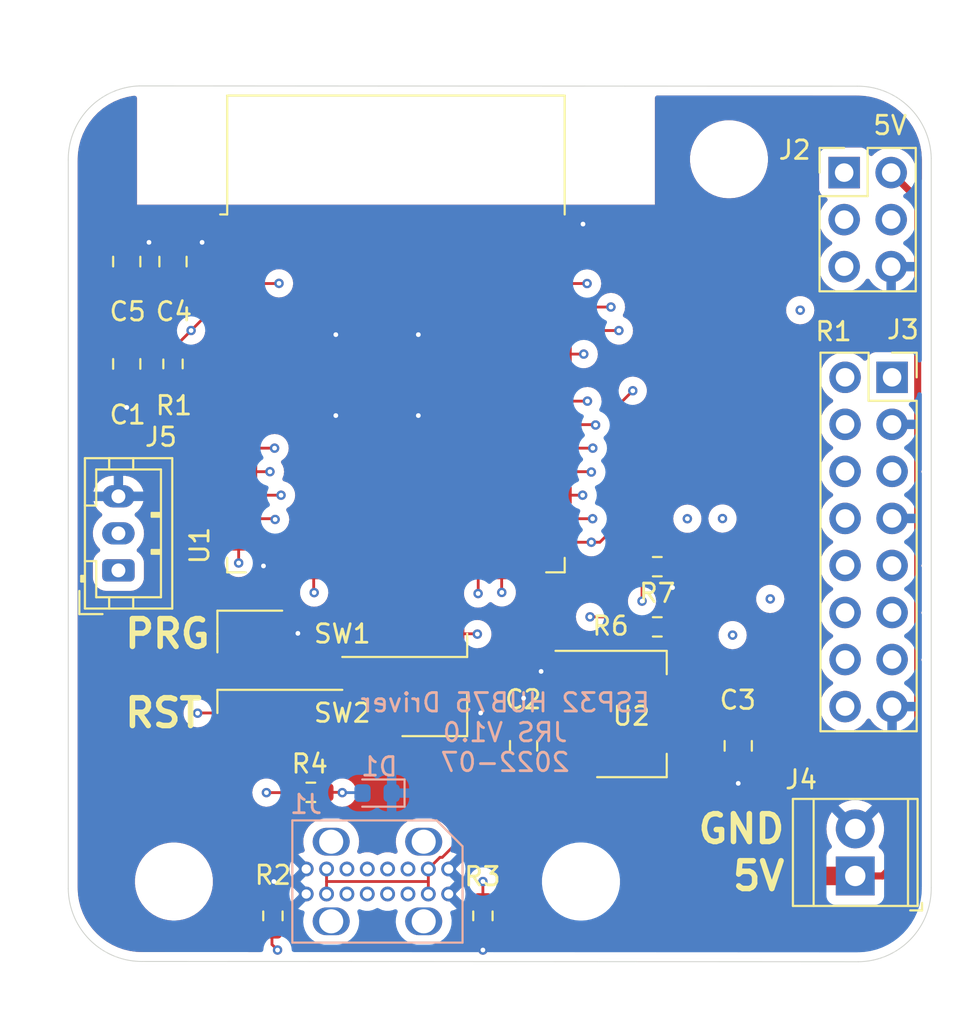
<source format=kicad_pcb>
(kicad_pcb (version 20211014) (generator pcbnew)

  (general
    (thickness 1.7394)
  )

  (paper "A4")
  (layers
    (0 "F.Cu" power)
    (1 "In1.Cu" signal)
    (2 "In2.Cu" signal)
    (31 "B.Cu" power)
    (32 "B.Adhes" user "B.Adhesive")
    (33 "F.Adhes" user "F.Adhesive")
    (34 "B.Paste" user)
    (35 "F.Paste" user)
    (36 "B.SilkS" user "B.Silkscreen")
    (37 "F.SilkS" user "F.Silkscreen")
    (38 "B.Mask" user)
    (39 "F.Mask" user)
    (40 "Dwgs.User" user "User.Drawings")
    (41 "Cmts.User" user "User.Comments")
    (42 "Eco1.User" user "User.Eco1")
    (43 "Eco2.User" user "User.Eco2")
    (44 "Edge.Cuts" user)
    (45 "Margin" user)
    (46 "B.CrtYd" user "B.Courtyard")
    (47 "F.CrtYd" user "F.Courtyard")
    (48 "B.Fab" user)
    (49 "F.Fab" user)
  )

  (setup
    (stackup
      (layer "F.SilkS" (type "Top Silk Screen"))
      (layer "F.Paste" (type "Top Solder Paste"))
      (layer "F.Mask" (type "Top Solder Mask") (thickness 0.01))
      (layer "F.Cu" (type "copper") (thickness 0.0432))
      (layer "dielectric 1" (type "prepreg") (thickness 0.2021) (material "FR4") (epsilon_r 4.5) (loss_tangent 0.02))
      (layer "In1.Cu" (type "copper") (thickness 0.0175))
      (layer "dielectric 2" (type "core") (thickness 1.1938) (material "FR4") (epsilon_r 4.5) (loss_tangent 0.02))
      (layer "In2.Cu" (type "copper") (thickness 0.0175))
      (layer "dielectric 3" (type "prepreg") (thickness 0.2021) (material "FR4") (epsilon_r 4.5) (loss_tangent 0.02))
      (layer "B.Cu" (type "copper") (thickness 0.0432))
      (layer "B.Mask" (type "Bottom Solder Mask") (thickness 0.01))
      (layer "B.Paste" (type "Bottom Solder Paste"))
      (layer "B.SilkS" (type "Bottom Silk Screen"))
      (copper_finish "None")
      (dielectric_constraints no)
    )
    (pad_to_mask_clearance 0.0508)
    (solder_mask_min_width 0.1016)
    (pcbplotparams
      (layerselection 0x00010fc_ffffffff)
      (disableapertmacros false)
      (usegerberextensions false)
      (usegerberattributes true)
      (usegerberadvancedattributes true)
      (creategerberjobfile true)
      (svguseinch false)
      (svgprecision 6)
      (excludeedgelayer true)
      (plotframeref false)
      (viasonmask false)
      (mode 1)
      (useauxorigin false)
      (hpglpennumber 1)
      (hpglpenspeed 20)
      (hpglpendiameter 15.000000)
      (dxfpolygonmode true)
      (dxfimperialunits true)
      (dxfusepcbnewfont true)
      (psnegative false)
      (psa4output false)
      (plotreference true)
      (plotvalue true)
      (plotinvisibletext false)
      (sketchpadsonfab false)
      (subtractmaskfromsilk false)
      (outputformat 1)
      (mirror false)
      (drillshape 1)
      (scaleselection 1)
      (outputdirectory "")
    )
  )

  (net 0 "")
  (net 1 "EN")
  (net 2 "GND")
  (net 3 "+5V")
  (net 4 "unconnected-(J1-PadA6)")
  (net 5 "unconnected-(J1-PadA7)")
  (net 6 "unconnected-(J1-PadA8)")
  (net 7 "+3.3V")
  (net 8 "unconnected-(J1-PadB6)")
  (net 9 "unconnected-(J1-PadB7)")
  (net 10 "unconnected-(J1-PadB8)")
  (net 11 "Net-(D1-Pad2)")
  (net 12 "unconnected-(J1-PadS1)")
  (net 13 "Net-(J1-PadA5)")
  (net 14 "Net-(J1-PadB5)")
  (net 15 "TXD")
  (net 16 "PRG")
  (net 17 "RXD")
  (net 18 "R1")
  (net 19 "G1")
  (net 20 "B1")
  (net 21 "R2")
  (net 22 "G2")
  (net 23 "B2")
  (net 24 "HA")
  (net 25 "HB")
  (net 26 "HC")
  (net 27 "HD")
  (net 28 "CLK")
  (net 29 "LAT")
  (net 30 "OE")
  (net 31 "IO13")
  (net 32 "IO14")
  (net 33 "IO12")
  (net 34 "unconnected-(U1-Pad4)")
  (net 35 "unconnected-(U1-Pad5)")
  (net 36 "unconnected-(U1-Pad6)")
  (net 37 "unconnected-(U1-Pad7)")
  (net 38 "unconnected-(U1-Pad8)")
  (net 39 "unconnected-(U1-Pad9)")
  (net 40 "unconnected-(U1-Pad17)")
  (net 41 "unconnected-(U1-Pad18)")
  (net 42 "unconnected-(U1-Pad19)")
  (net 43 "unconnected-(U1-Pad20)")
  (net 44 "unconnected-(U1-Pad21)")
  (net 45 "unconnected-(U1-Pad22)")
  (net 46 "unconnected-(U1-Pad32)")
  (net 47 "unconnected-(U1-Pad37)")

  (footprint "Resistor_SMD:R_0603_1608Metric" (layer "F.Cu") (at 55.35 43.35 90))

  (footprint "TerminalBlock_TE-Connectivity:TerminalBlock_TE_282834-2_1x02_P2.54mm_Horizontal" (layer "F.Cu") (at 92.225 71 90))

  (footprint "Package_TO_SOT_SMD:SOT-223-3_TabPin2" (layer "F.Cu") (at 80.125 62.255))

  (footprint "Button_Switch_SMD_Local:ESWITCH_TL3302G" (layer "F.Cu") (at 64.5 62.2))

  (footprint "Button_Switch_SMD_Local:ESWITCH_TL3302G" (layer "F.Cu") (at 64.5 57.925 180))

  (footprint "Resistor_SMD:R_0603_1608Metric" (layer "F.Cu") (at 62.8 66.485 180))

  (footprint "Resistor_SMD:R_0603_1608Metric" (layer "F.Cu") (at 81.525 54.3 180))

  (footprint "Connector_PinHeader_2.54mm:PinHeader_2x03_P2.54mm_Vertical" (layer "F.Cu") (at 91.625 33.02))

  (footprint "Resistor_SMD:R_0603_1608Metric" (layer "F.Cu") (at 81.525 57.55 180))

  (footprint "Resistor_SMD:R_0603_1608Metric" (layer "F.Cu") (at 72.1 73.155 90))

  (footprint "Capacitor_SMD:C_0805_2012Metric_Pad1.18x1.45mm_HandSolder" (layer "F.Cu") (at 52.85 37.825 90))

  (footprint "Capacitor_SMD:C_0805_2012Metric_Pad1.18x1.45mm_HandSolder" (layer "F.Cu") (at 74.3 63.975 90))

  (footprint "Capacitor_SMD:C_0805_2012Metric_Pad1.18x1.45mm_HandSolder" (layer "F.Cu") (at 52.85 43.35 -90))

  (footprint "Capacitor_SMD:C_0805_2012Metric_Pad1.18x1.45mm_HandSolder" (layer "F.Cu") (at 55.35 37.825 90))

  (footprint "Capacitor_SMD:C_0805_2012Metric_Pad1.18x1.45mm_HandSolder" (layer "F.Cu") (at 85.9 63.975 -90))

  (footprint "Connector_PinSocket_2.54mm:PinSocket_2x08_P2.54mm_Vertical" (layer "F.Cu") (at 94.215 44.075))

  (footprint "MountingHole:MountingHole_3.2mm_M3" (layer "F.Cu") (at 55.4 71.3))

  (footprint "Resistor_SMD:R_0603_1608Metric" (layer "F.Cu") (at 60.75 73.155 -90))

  (footprint "RF_Module:ESP32-WROOM-32" (layer "F.Cu") (at 67.4 44.725))

  (footprint "Connector_JST:JST_PH_B3B-PH-K_1x03_P2.00mm_Vertical" (layer "F.Cu") (at 52.4 54.5 90))

  (footprint "MountingHole:MountingHole_3.2mm_M3" (layer "F.Cu") (at 85.4 32.3))

  (footprint "MountingHole:MountingHole_3.2mm_M3" (layer "F.Cu") (at 77.4 71.3))

  (footprint "Connector_TH_Local:USB_C_2.0_Vertical" (layer "B.Cu") (at 66.4 71.3 180))

  (footprint "LED_SMD:LED_0603_1608Metric" (layer "B.Cu") (at 66.38 66.525 180))

  (gr_arc (start 92.332218 28.353675) (mid 95.131314 29.48138) (end 96.331898 32.25) (layer "Edge.Cuts") (width 0.05) (tstamp 7b6fe903-9766-49c0-ae6d-f9415be52fee))
  (gr_arc (start 53.689372 75.617082) (mid 50.877658 74.474918) (end 49.689692 71.682218) (layer "Edge.Cuts") (width 0.05) (tstamp 7f81ff7f-a0fb-4bce-a7a6-f4c940b6dc2f))
  (gr_arc (start 96.331818 71.632218) (mid 95.185492 74.449997) (end 92.382447 75.631898) (layer "Edge.Cuts") (width 0.05) (tstamp 9fa497a8-6f85-4388-af5d-8b328331095b))
  (gr_line (start 96.331898 32.25) (end 96.331818 71.632218) (layer "Edge.Cuts") (width 0.05) (tstamp a3f4e17d-263c-4541-b517-19302515eb43))
  (gr_line (start 49.689772 32.338539) (end 49.689692 71.682218) (layer "Edge.Cuts") (width 0.05) (tstamp a4e80db4-9cd7-4027-bb49-0b5cee50cc94))
  (gr_line (start 92.332218 28.353675) (end 53.536097 28.338859) (layer "Edge.Cuts") (width 0.05) (tstamp b06d45d7-0b07-46ce-87ca-67714b86004b))
  (gr_line (start 92.382447 75.631898) (end 53.689372 75.617082) (layer "Edge.Cuts") (width 0.05) (tstamp bb1dc3ac-884a-48b8-bf54-3d9e567d1bac))
  (gr_arc (start 49.689772 32.338539) (mid 50.8 29.556935) (end 53.536097 28.338859) (layer "Edge.Cuts") (width 0.05) (tstamp f7df416b-ab81-4ecf-a025-0b8f2d885710))
  (gr_text "ESP32 HUB75 Driver\nJRS V1.0\n2022-07" (at 73.3 63.25) (layer "B.SilkS") (tstamp e425d570-d676-4126-aa7e-41acac7d95b8)
    (effects (font (size 1 1) (thickness 0.15)) (justify mirror))
  )
  (gr_text "GND" (at 86.071428 68.46) (layer "F.SilkS") (tstamp 3edc78e8-6f9a-44aa-9b45-fb90200d8467)
    (effects (font (size 1.5 1.5) (thickness 0.3)))
  )
  (gr_text "5V\n" (at 94.11 30.47) (layer "F.SilkS") (tstamp 6e4c4092-eaa0-4b30-a625-29fad451a488)
    (effects (font (size 1 1) (thickness 0.15)))
  )
  (gr_text "5V" (at 87 71) (layer "F.SilkS") (tstamp 6f7cfcef-2737-4b11-98ee-5871c2e17a94)
    (effects (font (size 1.5 1.5) (thickness 0.3)))
  )
  (gr_text "RST" (at 54.835714 62.2) (layer "F.SilkS") (tstamp c367143c-db65-48d8-b05c-d764b5ef551e)
    (effects (font (size 1.5 1.5) (thickness 0.3)))
  )
  (gr_text "PRG" (at 55.05 57.925) (layer "F.SilkS") (tstamp da123ffd-2823-4b48-a6de-9566e09e49fb)
    (effects (font (size 1.5 1.5) (thickness 0.3)))
  )
  (gr_text "R1\n" (at 91.05 41.6) (layer "F.SilkS") (tstamp f890cc64-e8e5-4480-b76a-b6af842747d8)
    (effects (font (size 1 1) (thickness 0.15)))
  )

  (segment (start 55.35 42.525) (end 55.1375 42.3125) (width 0.1524) (layer "F.Cu") (net 1) (tstamp 18d16ed3-5bd4-448e-94df-33ae0ad9b8ff))
  (segment (start 56.68 62.21) (end 56.69 62.2) (width 0.1524) (layer "F.Cu") (net 1) (tstamp 2294e2c7-ecd4-4b91-bb0c-febee8906fac))
  (segment (start 58.9 39.01) (end 61.07 39.01) (width 0.1524) (layer "F.Cu") (net 1) (tstamp 2b8169a9-28da-4e24-9a66-196ef242dde2))
  (segment (start 58.9 39.01) (end 58.35 39.01) (width 0.1524) (layer "F.Cu") (net 1) (tstamp 700b25f6-a970-4a8f-ae69-e66942f36415))
  (segment (start 58.35 39.01) (end 57.06 40.3) (width 0.1524) (layer "F.Cu") (net 1) (tstamp 75356dcf-bf0c-429f-8efc-7f92cbae2b00))
  (segment (start 56.3275 41.5475) (end 55.35 42.525) (width 0.1524) (layer "F.Cu") (net 1) (tstamp a9a58915-dc11-4ee0-b10a-afe24c54efe2))
  (segment (start 57.06 40.3) (end 57.06 40.815) (width 0.1524) (layer "F.Cu") (net 1) (tstamp c8460098-c4f9-4e61-a902-48ca6b1fd008))
  (segment (start 55.1375 42.3125) (end 52.85 42.3125) (width 0.1524) (layer "F.Cu") (net 1) (tstamp c8663b98-0329-4f01-bfa8-5ca05d73ed8f))
  (segment (start 61.07 39.01) (end 61.08 39) (width 0.1524) (layer "F.Cu") (net 1) (tstamp d02d5b85-b1a6-40b1-9c70-8bef9bb9f817))
  (segment (start 56.69 62.2) (end 59.575 62.2) (width 0.1524) (layer "F.Cu") (net 1) (tstamp e4a60c9d-a596-4e13-9158-fc5bb514f406))
  (segment (start 57.06 40.815) (end 56.3275 41.5475) (width 0.1524) (layer "F.Cu") (net 1) (tstamp ea43ddcb-d3ea-44fe-9d0e-0f486418ca09))
  (via (at 56.3275 41.5475) (size 0.508) (drill 0.254) (layers "F.Cu" "B.Cu") (net 1) (tstamp 0b9a8873-8de8-4ae2-8e77-a0407dea7427))
  (via (at 56.68 62.21) (size 0.508) (drill 0.254) (layers "F.Cu" "B.Cu") (net 1) (tstamp f16f1c96-3b04-436e-b0fa-453eca8ba2d0))
  (via (at 61.08 39) (size 0.508) (drill 0.254) (layers "F.Cu" "B.Cu") (net 1) (tstamp f326b872-d7fd-4248-a756-61ab1c742fd9))
  (segment (start 69.45 38.1) (end 91.625 38.1) (width 0.1524) (layer "In1.Cu") (net 1) (tstamp d955f632-5ac4-4dca-b250-cd5c38e7b3fe))
  (segment (start 68.55 39) (end 69.45 38.1) (width 0.1524) (layer "In1.Cu") (net 1) (tstamp e150bada-447c-4b7b-b2c3-85e3ee73a4d9))
  (segment (start 61.08 39) (end 68.55 39) (width 0.1524) (layer "In1.Cu") (net 1) (tstamp f0b81b95-fb13-4d5b-87bc-f5631b47c4dd))
  (segment (start 56.42 61.95) (end 56.68 62.21) (width 0.1524) (layer "In2.Cu") (net 1) (tstamp 38977ba5-6c7b-431f-a7f9-3d9efc42799d))
  (segment (start 56.42 56.49) (end 56.42 61.95) (width 0.1524) (layer "In2.Cu") (net 1) (tstamp 70b218d9-5ff6-4871-bc29-812986b0a8de))
  (segment (start 56.3275 41.5475) (end 56.42 41.64) (width 0.1524) (layer "In2.Cu") (net 1) (tstamp 94d265e2-1752-4d29-8d93-206a5794a3ce))
  (segment (start 56.42 41.64) (end 56.42 56.49) (width 0.1524) (layer "In2.Cu") (net 1) (tstamp f53a97ce-b0a1-4d68-aade-0840a582ce91))
  (segment (start 55.35 36.7875) (end 54.0525 36.7875) (width 0.381) (layer "F.Cu") (net 2) (tstamp 0325265a-48e0-4ad8-949a-a2a9eab6693b))
  (segment (start 75.245 59.955) (end 76.975 59.955) (width 0.381) (layer "F.Cu") (net 2) (tstamp 12056272-ef83-4a7c-b31c-34b7e27cd023))
  (segment (start 76.84 36.47) (end 77.51 35.8) (width 0.381) (layer "F.Cu") (net 2) (tstamp 151ce7f8-937a-4c48-bcdc-aa1d7c353919))
  (segment (start 54.0525 36.7875) (end 52.85 36.7875) (width 0.381) (layer "F.Cu") (net 2) (tstamp 1b8855cc-e101-4c2f-aab2-41733b32a50f))
  (segment (start 74.3 60.5) (end 74.845 59.955) (width 0.381) (layer "F.Cu") (net 2) (tstamp 25bae678-a9e7-4874-8622-b0eeb6f5299c))
  (segment (start 61.685 53.98) (end 60.52 53.98) (width 0.381) (layer "F.Cu") (net 2) (tstamp 2ae2099a-6f72-4067-ace5-a813ee4d9e67))
  (segment (start 58.9 36.47) (end 57.24 36.47) (width 0.381) (layer "F.Cu") (net 2) (tstamp 3f53a41a-3bad-4dd8-a1b6-3e8faf37664c))
  (segment (start 74.845 59.955) (end 75.245 59.955) (width 0.381) (layer "F.Cu") (net 2) (tstamp 41fcc344-6918-4d65-9869-332850aad62d))
  (segment (start 59.575 57.925) (end 62.075 57.925) (width 0.381) (layer "F.Cu") (net 2) (tstamp 699cb71a-092f-42cb-964a-6203e6ccd9c5))
  (segment (start 57.24 36.47) (end 56.9225 36.7875) (width 0.381) (layer "F.Cu") (net 2) (tstamp 8909cdee-61ca-4128-a932-11993315ff0d))
  (segment (start 74.3 62.9375) (end 74.3 61.4) (width 0.381) (layer "F.Cu") (net 2) (tstamp 95c075ec-e965-4f3c-b599-ee1b925efdfd))
  (segment (start 69.425 62.2) (end 71.98 62.2) (width 0.381) (layer "F.Cu") (net 2) (tstamp 9fd4a60b-399c-4ffc-980f-142ce6111b47))
  (segment (start 75.9 36.47) (end 76.84 36.47) (width 0.381) (layer "F.Cu") (net 2) (tstamp a520e071-0164-497b-82a4-363c9efb90b9))
  (segment (start 52.85 44.3875) (end 52.85 45.7) (width 0.381) (layer "F.Cu") (net 2) (tstamp aa279faa-6b92-4e96-bead-f6188ecd67ea))
  (segment (start 72.1 73.98) (end 72.1 75) (width 0.381) (layer "F.Cu") (net 2) (tstamp aef83f17-5186-49ab-b35b-ec4d8b4ea0c0))
  (segment (start 56.9225 36.7875) (end 55.35 36.7875) (width 0.381) (layer "F.Cu") (net 2) (tstamp b0fbce4a-0304-488f-a575-b12c19ac0808))
  (segment (start 60.52 53.98) (end 60.24 54.26) (width 0.381) (layer "F.Cu") (net 2) (tstamp b4908109-4055-4def-b962-61ffaed873ea))
  (segment (start 60.75 72.33) (end 60.75 71.35) (width 0.381) (layer "F.Cu") (net 2) (tstamp c663e403-db71-428c-b46e-831c1b713e2e))
  (segment (start 82.35 54.3) (end 82.35 55.27) (width 0.381) (layer "F.Cu") (net 2) (tstamp c71c6f3f-58fd-4909-8b83-4c60b0cc587d))
  (segment (start 74.3 61.4) (end 74.3 60.5) (width 0.381) (layer "F.Cu") (net 2) (tstamp ca95b7b4-b5f7-4951-a007-cb2aca2e1bf5))
  (segment (start 85.9 65.0125) (end 85.9 66) (width 0.381) (layer "F.Cu") (net 2) (tstamp f0204c3c-b59b-4edf-a71d-e07e91465239))
  (segment (start 60.75 71.35) (end 60.8 71.3) (width 0.381) (layer "F.Cu") (net 2) (tstamp f32f515f-57af-49d7-b30b-725e7265fc19))
  (segment (start 62.075 57.925) (end 62.1 57.9) (width 0.381) (layer "F.Cu") (net 2) (tstamp fc402f49-6f86-47d7-a502-7549c6b65873))
  (via (at 71.98 62.2) (size 0.508) (drill 0.254) (layers "F.Cu" "B.Cu") (net 2) (tstamp 0d5eb42b-6158-402a-807f-cd01bf2e42b4))
  (via (at 85.9 66) (size 0.508) (drill 0.254) (layers "F.Cu" "B.Cu") (net 2) (tstamp 127ae98a-2c43-4c16-85a3-53f6e7e21cd4))
  (via (at 77.51 35.8) (size 0.508) (drill 0.254) (layers "F.Cu" "B.Cu") (net 2) (tstamp 1648ca38-5a29-45b0-9231-0f87cb3521fa))
  (via (at 60.8 71.3) (size 0.508) (drill 0.254) (layers "F.Cu" "B.Cu") (net 2) (tstamp 26bb282e-8ec7-4448-b1d9-9c3f57a65da3))
  (via (at 68.61 41.77) (size 0.508) (drill 0.254) (layers "F.Cu" "B.Cu") (net 2) (tstamp 2e52ecfb-d581-4f99-9185-f0072e8db4a3))
  (via (at 62.1 57.9) (size 0.508) (drill 0.254) (layers "F.Cu" "B.Cu") (net 2) (tstamp 3363e15e-bffc-4fae-b4e2-1f867f6ebb03))
  (via (at 64.15 41.77) (size 0.508) (drill 0.254) (layers "F.Cu" "B.Cu") (net 2) (tstamp 37e418a9-9bb6-472f-b525-6ff88b5c0269))
  (via (at 64.15 46.14) (size 0.508) (drill 0.254) (layers "F.Cu" "B.Cu") (net 2) (tstamp 596c27d3-4c70-46fb-8265-8ad1b32dadf0))
  (via (at 56.9225 36.7875) (size 0.508) (drill 0.254) (layers "F.Cu" "B.Cu") (net 2) (tstamp 5f2ef818-11aa-4dd2-b79d-5366c9c12502))
  (via (at 54.0525 36.7875) (size 0.508) (drill 0.254) (layers "F.Cu" "B.Cu") (net 2) (tstamp 719b9c89-3ab1-4227-b256-0c302910b6f0))
  (via (at 68.61 46.14) (size 0.508) (drill 0.254) (layers "F.Cu" "B.Cu") (net 2) (tstamp 7473336c-c2d9-4494-a7cb-1ebd6f395d20))
  (via (at 72.1 75) (size 0.508) (drill 0.254) (layers "F.Cu" "B.Cu") (net 2) (tstamp 9f1b411b-7f74-443d-a77e-8fc76580ac1f))
  (via (at 52.85 45.7) (size 0.508) (drill 0.254) (layers "F.Cu" "B.Cu") (net 2) (tstamp ab9d6407-6198-433e-aff8-cc5a0666e6d9))
  (via (at 75.245 59.955) (size 0.508) (drill 0.254) (layers "F.Cu" "B.Cu") (net 2) (tstamp afa70c5a-812e-4a04-b6e3-2ed877e8ceec))
  (via (at 60.24 54.26) (size 0.508) (drill 0.254) (layers "F.Cu" "B.Cu") (net 2) (tstamp b3250aa5-9a18-49b2-be49-eb965bce2e90))
  (via (at 82.35 55.43) (size 0.508) (drill 0.254) (layers "F.Cu" "B.Cu") (net 2) (tstamp e99b995e-a6d1-407f-89e1-7c830de9c352))
  (via (at 74.3 61.4) (size 0.508) (drill 0.254) (layers "F.Cu" "B.Cu") (net 2) (tstamp f36df61f-3796-4914-8717-cdc819b9f2ee))
  (segment (start 69.7786 69.9964) (end 69.9036 69.9964) (width 0.1524) (layer "F.Cu") (net 3) (tstamp 012757f6-1be7-4956-b481-6167b93a515f))
  (segment (start 75.7 65.1) (end 75.6125 65.0125) (width 1) (layer "F.Cu") (net 3) (tstamp 1872a22e-a19e-434f-a38e-bd76e8b4ebbb))
  (segment (start 63.65 71.3) (end 63.65 71.975) (width 0.1524) (layer "F.Cu") (net 3) (tstamp 2e35520f-6abc-4979-8913-900ecce29a72))
  (segment (start 75.6125 65.0125) (end 76.5175 65.0125) (width 1) (layer "F.Cu") (net 3) (tstamp 300acd22-f2cd-4d09-b821-f5b45e4ef4fb))
  (segment (start 75.7 66.6) (end 80 66.6) (width 1) (layer "F.Cu") (net 3) (tstamp 4509e132-cc7a-4aaa-94d3-904998187f54))
  (segment (start 69.9036 69.9964) (end 71.2 68.7) (width 0.1524) (layer "F.Cu") (net 3) (tstamp 46977a60-339d-4714-8699-2e1664551057))
  (segment (start 93.7 71) (end 92.225 71) (width 0.381) (layer "F.Cu") (net 3) (tstamp 53edb19d-558b-4e07-b1b2-a79ca6225d5c))
  (segment (start 63.65 71.3) (end 69.12 71.3) (width 0.1524) (layer "F.Cu") (net 3) (tstamp 54a04107-da61-4f38-8f1a-5cdb8226bd44))
  (segment (start 73.3 66.6) (end 75.7 66.6) (width 1) (layer "F.Cu") (net 3) (tstamp 761b53c7-59f4-49be-b88e-f24f81738dac))
  (segment (start 84.4 71) (end 92.225 71) (width 1) (layer "F.Cu") (net 3) (tstamp 811225f3-a741-41f3-8800-2cec7d35785a))
  (segment (start 69.15 70.625) (end 69.7786 69.9964) (width 0.1524) (layer "F.Cu") (net 3) (tstamp 8885c670-07c8-4e2b-b9e6-0464e41da7a8))
  (segment (start 69.15 71.33) (end 69.15 71.975) (width 0.1524) (layer "F.Cu") (net 3) (tstamp 917c8cfb-e7cc-432a-a2fc-8b5c29b38bed))
  (segment (start 69.12 71.3) (end 69.15 71.33) (width 0.1524) (layer "F.Cu") (net 3) (tstamp aacc9bdb-a7f1-402c-b67e-67daaae76bc7))
  (segment (start 95.6 34.455) (end 95.6 69.1) (width 0.381) (layer "F.Cu") (net 3) (tstamp ba28c635-6206-474a-8790-675a60e37797))
  (segment (start 80 66.6) (end 84.4 71) (width 1) (layer "F.Cu") (net 3) (tstamp c06ebd8b-8dfd-45dd-8185-3ccf1e20350e))
  (segment (start 63.65 70.625) (end 63.65 71.3) (width 0.1524) (layer "F.Cu") (net 3) (tstamp cb8cb6f2-f189-4ece-acdc-b1854e8d9093))
  (segment (start 75.7 66.6) (end 75.7 65.1) (width 1) (layer "F.Cu") (net 3) (tstamp cdd34db1-5213-462d-a61f-eb91a5fbd161))
  (segment (start 94.165 33.02) (end 95.6 34.455) (width 0.381) (layer "F.Cu") (net 3) (tstamp df5080d7-9be1-405e-b8b2-f24a1e2df1c8))
  (segment (start 69.15 70.625) (end 69.15 71.33) (width 0.1524) (layer "F.Cu") (net 3) (tstamp e1a51ac2-3527-4933-9c5c-8553351773d0))
  (segment (start 76.5175 65.0125) (end 76.975 64.555) (width 1) (layer "F.Cu") (net 3) (tstamp e283b502-3a75-401e-98a9-52accbed2b9e))
  (segment (start 75.6125 65.0125) (end 74.3 65.0125) (width 1) (layer "F.Cu") (net 3) (tstamp e63f3533-1f67-4d78-87f8-ccc79bcc75c8))
  (segment (start 95.6 69.1) (end 93.7 71) (width 0.381) (layer "F.Cu") (net 3) (tstamp e8c29e3c-95ba-4864-a7ce-88bc8419609e))
  (segment (start 73.3 66.6) (end 71.2 68.7) (width 1) (layer "F.Cu") (net 3) (tstamp ed912118-d83c-43e7-8b8c-c8b08c3fb658))
  (segment (start 63.625 66.485) (end 64.485 66.485) (width 0.1524) (layer "F.Cu") (net 11) (tstamp 84ae992e-9bd6-4de0-9bcd-65a0cec0135a))
  (segment (start 64.485 66.485) (end 64.5 66.5) (width 0.1524) (layer "F.Cu") (net 11) (tstamp ddd7d59c-3070-400c-9b15-040911e41ac9))
  (via (at 64.5 66.5) (size 0.508) (drill 0.254) (layers "F.Cu" "B.Cu") (net 11) (tstamp e766e7fc-78d8-4db4-b8c7-c1fae9ecf499))
  (segment (start 64.5 66.5) (end 65.5675 66.5) (width 0.1524) (layer "B.Cu") (net 11) (tstamp 45dedff5-64fe-45da-b7d7-19c3bd069b06))
  (segment (start 65.5675 66.5) (end 65.5925 66.525) (width 0.1524) (layer "B.Cu") (net 11) (tstamp 7b62bf51-4938-4fbf-b9c2-51ff0f74e2b1))
  (segment (start 72.1 72.33) (end 72.1 71.3) (width 0.1524) (layer "F.Cu") (net 13) (tstamp 97fb0646-51f4-4518-89af-1a5e32974c66))
  (via (at 72.1 71.3) (size 0.508) (drill 0.254) (layers "F.Cu" "B.Cu") (net 13) (tstamp b001876c-a3a8-4ea5-97da-a16f61b41afb))
  (segment (start 67.5 68.2) (end 67.5 70.075) (width 0.1524) (layer "In1.Cu") (net 13) (tstamp 000fd17d-62af-47d6-ab51-d19feef69237))
  (segment (start 68.2 67.5) (end 67.5 68.2) (width 0.1524) (layer "In1.Cu") (net 13) (tstamp 3fe26983-edc5-4a59-b09c-0fef1ca669c1))
  (segment (start 70 67.5) (end 68.2 67.5) (width 0.1524) (layer "In1.Cu") (net 13) (tstamp 6b48060e-df0b-406e-8ac5-b2a09dbca44f))
  (segment (start 67.5 70.075) (end 68.05 70.625) (width 0.1524) (layer "In1.Cu") (net 13) (tstamp bb4086e3-dc64-4896-8707-ca020e036286))
  (segment (start 72.1 69.6) (end 70 67.5) (width 0.1524) (layer "In1.Cu") (net 13) (tstamp bc531f85-b49c-4a32-a19c-31a7a93ab248))
  (segment (start 72.1 71.3) (end 72.1 69.6) (width 0.1524) (layer "In1.Cu") (net 13) (tstamp fa243818-3b5c-4426-a3ac-137e6ab1feea))
  (segment (start 60.7 74.03) (end 60.75 73.98) (width 0.1524) (layer "F.Cu") (net 14) (tstamp 5251197d-685a-484d-8bfc-1592a8d85ed9))
  (segment (start 61 75) (end 60.7 74.7) (width 0.1524) (layer "F.Cu") (net 14) (tstamp 64ae406b-179e-4c7a-86bb-69f191ff4897))
  (segment (start 60.7 74.7) (end 60.7 74.03) (width 0.1524) (layer "F.Cu") (net 14) (tstamp a632a92b-e02f-4c77-9969-0b9748522e3e))
  (via (at 61 75) (size 0.508) (drill 0.254) (layers "F.Cu" "B.Cu") (net 14) (tstamp 219f9625-f092-426f-a841-04a17b088371))
  (segment (start 64.9 75.1) (end 61.7 75.1) (width 0.1524) (layer "In1.Cu") (net 14) (tstamp 23b09fff-211d-455e-8b27-99217c11e061))
  (segment (start 64.75 71.975) (end 65.3 72.525) (width 0.1524) (layer "In1.Cu") (net 14) (tstamp 2ee4c8f1-90d1-4c2f-a7c7-53ef85de2a88))
  (segment (start 65.3 72.525) (end 65.3 74.7) (width 0.1524) (layer "In1.Cu") (net 14) (tstamp 34d31959-bc8e-4566-a0f8-37d35590d418))
  (segment (start 61.1 75.1) (end 61 75) (width 0.1524) (layer "In1.Cu") (net 14) (tstamp 5cf89e07-fb92-4b65-8124-981414adb8d0))
  (segment (start 61.7 75.1) (end 61.1 75.1) (width 0.1524) (layer "In1.Cu") (net 14) (tstamp 854ab38e-2046-42c6-9c97-384e27759378))
  (segment (start 65.3 74.7) (end 64.9 75.1) (width 0.1524) (layer "In1.Cu") (net 14) (tstamp b6ca1ea7-59aa-4f32-b347-ed014220b6c6))
  (segment (start 75.9 40.28) (end 79.02 40.28) (width 0.1524) (layer "F.Cu") (net 15) (tstamp ec0d286f-2b84-436a-aac7-9a3667f85009))
  (via (at 79.02 40.28) (size 0.508) (drill 0.254) (layers "F.Cu" "B.Cu") (net 15) (tstamp bc40c83d-7bd2-4228-b8b8-ca342179e770))
  (segment (start 90.38 33.02) (end 91.625 33.02) (width 0.1524) (layer "In2.Cu") (net 15) (tstamp 0aad6700-1cc7-4cbd-9ae9-560967f12fe8))
  (segment (start 83.12 40.28) (end 90.38 33.02) (width 0.1524) (layer "In2.Cu") (net 15) (tstamp 15d6f1c5-2937-4d00-b666-751baa5ef260))
  (segment (start 79.02 40.28) (end 83.12 40.28) (width 0.1524) (layer "In2.Cu") (net 15) (tstamp 5e845f79-4ebf-451f-8a93-3d8ab8861866))
  (segment (start 71.785 57.925) (end 71.8 57.94) (width 0.1524) (layer "F.Cu") (net 16) (tstamp 1a18a113-269c-447c-bd82-29ad2c07646c))
  (segment (start 80.2 44.8) (end 79.2 45.8) (width 0.1524) (layer "F.Cu") (net 16) (tstamp 50e7c8ab-c4f2-418e-b9e0-1926a4786224))
  (segment (start 69.425 57.925) (end 71.785 57.925) (width 0.1524) (layer "F.Cu") (net 16) (tstamp a28ec884-5d96-4d6d-a078-f1d234265090))
  (segment (start 79.2 52.2) (end 78.42 52.98) (width 0.1524) (layer "F.Cu") (net 16) (tstamp a4187939-2089-4ac2-a807-8c4ac3d63855))
  (segment (start 77.96 52.98) (end 75.9 52.98) (width 0.1524) (layer "F.Cu") (net 16) (tstamp ae54a095-4d7c-40fb-8805-10f72a7d51e6))
  (segment (start 78.42 52.98) (end 77.96 52.98) (width 0.1524) (layer "F.Cu") (net 16) (tstamp b33d6a05-053f-4866-9af3-7406224b5b56))
  (segment (start 79.2 45.8) (end 79.2 52.2) (width 0.1524) (layer "F.Cu") (net 16) (tstamp d1d592fa-0dfa-4736-8c77-5cb4ec5bd598))
  (via (at 77.96 52.98) (size 0.508) (drill 0.254) (layers "F.Cu" "B.Cu") (net 16) (tstamp 52653f79-de76-4336-b95e-12737abf4a18))
  (via (at 71.8 57.94) (size 0.508) (drill 0.254) (layers "F.Cu" "B.Cu") (net 16) (tstamp e48bc441-8f70-4ce1-a2e0-57db639da3f1))
  (via (at 80.2 44.8) (size 0.508) (drill 0.254) (layers "F.Cu" "B.Cu") (net 16) (tstamp eb51567f-cdb9-4246-a007-2a4a192840d7))
  (segment (start 81.1 44.8) (end 80.2 44.8) (width 0.1524) (layer "In2.Cu") (net 16) (tstamp 0e929ae9-fc63-41ac-a6d3-bec2d755be69))
  (segment (start 71.8 57.94) (end 74.66 57.94) (width 0.1524) (layer "In2.Cu") (net 16) (tstamp 1b97924c-6bc8-471e-8f39-0087f74318d3))
  (segment (start 90.34 35.56) (end 81.1 44.8) (width 0.1524) (layer "In2.Cu") (net 16) (tstamp 564dd63f-a150-4269-8bc4-24cdfb15d3c7))
  (segment (start 91.625 35.56) (end 90.34 35.56) (width 0.1524) (layer "In2.Cu") (net 16) (tstamp c2f2cbfc-d2c9-429d-9265-d12e1eb40bc8))
  (segment (start 77.96 54.64) (end 77.96 52.98) (width 0.1524) (layer "In2.Cu") (net 16) (tstamp cd102ba2-f104-46e4-ba7d-e9547d4ab769))
  (segment (start 74.66 57.94) (end 77.96 54.64) (width 0.1524) (layer "In2.Cu") (net 16) (tstamp f6da80d8-bba6-4aea-8374-9070fcb41308))
  (segment (start 79.45 41.55) (end 75.9 41.55) (width 0.1524) (layer "F.Cu") (net 17) (tstamp ffb96d2f-3193-4d80-b7f0-128ff20e64d0))
  (via (at 79.45 41.55) (size 0.508) (drill 0.254) (layers "F.Cu" "B.Cu") (net 17) (tstamp 3fbdd727-669b-4a97-b375-bd778340d725))
  (segment (start 83.15 41.55) (end 79.45 41.55) (width 0.1524) (layer "In2.Cu") (net 17) (tstamp 04346f9a-3b7e-446d-b3ab-ca9824d303e8))
  (segment (start 90.4 34.3) (end 83.15 41.55) (width 0.1524) (layer "In2.Cu") (net 17) (tstamp 5127c80f-73c9-4485-aea0-511e3291acbb))
  (segment (start 94.165 35.56) (end 92.905 34.3) (width 0.1524) (layer "In2.Cu") (net 17) (tstamp 9e03a8f3-3586-4078-ac8e-86bc54ee61e5))
  (segment (start 92.905 34.3) (end 90.4 34.3) (width 0.1524) (layer "In2.Cu") (net 17) (tstamp d330cca7-1f75-49e2-aab1-3293acacadb8))
  (segment (start 77.55 42.82) (end 75.9 42.82) (width 0.1524) (layer "F.Cu") (net 18) (tstamp ef7c4986-94c1-42ca-86e1-e3cba0b33b24))
  (via (at 77.55 42.82) (size 0.508) (drill 0.254) (layers "F.Cu" "B.Cu") (net 18) (tstamp b81e390a-4399-4df4-89a2-a9bedd31e3fe))
  (segment (start 91.635 44.075) (end 81.605 44.075) (width 0.1524) (layer "In1.Cu") (net 18) (tstamp ca24538e-a343-492d-8d89-5ef187ead20b))
  (segment (start 81.605 44.075) (end 80.35 42.82) (width 0.1524) (layer "In1.Cu") (net 18) (tstamp ddf5dc8d-978d-4f26-bee9-ad251043de77))
  (segment (start 80.35 42.82) (end 77.55 42.82) (width 0.1524) (layer "In1.Cu") (net 18) (tstamp f911f35a-318f-47d9-a6f1-b2ec961b650d))
  (segment (start 75.9 45.36) (end 77.75 45.36) (width 0.1524) (layer "F.Cu") (net 19) (tstamp 42a9471c-4a73-4043-914a-66111474d02d))
  (via (at 77.75 45.36) (size 0.508) (drill 0.254) (layers "F.Cu" "B.Cu") (net 19) (tstamp 333c51c2-09c4-4ca0-a9fa-85b3cbfb8d33))
  (segment (start 94.175 44.075) (end 94.175 44.855) (width 0.1524) (layer "In1.Cu") (net 19) (tstamp c3c2341f-7e8e-422f-90e3-370e63f51fa6))
  (segment (start 94.175 44.855) (end 93.67 45.36) (width 0.1524) (layer "In1.Cu") (net 19) (tstamp d187d4c8-0c81-4eb9-85c4-24225dfd9f83))
  (segment (start 93.67 45.36) (end 77.75 45.36) (width 0.1524) (layer "In1.Cu") (net 19) (tstamp f42261f3-a767-4e35-abe5-7cb842fc39fa))
  (segment (start 75.9 46.63) (end 78.17 46.63) (width 0.1524) (layer "F.Cu") (net 20) (tstamp ac6de904-d3de-4f77-bc9b-1967bb4d3051))
  (segment (start 78.17 46.63) (end 78.19 46.65) (width 0.1524) (layer "F.Cu") (net 20) (tstamp c5eb56b1-4c6a-4d55-a5f0-7279cfb3cb14))
  (via (at 78.19 46.65) (size 0.508) (drill 0.254) (layers "F.Cu" "B.Cu") (net 20) (tstamp 99c01c7d-3613-4372-bd2a-65723bf1cc35))
  (segment (start 78.225 46.615) (end 91.635 46.615) (width 0.1524) (layer "In1.Cu") (net 20) (tstamp b418ad98-d77d-4328-9df6-dee2e023940b))
  (segment (start 78.19 46.65) (end 78.225 46.615) (width 0.1524) (layer "In1.Cu") (net 20) (tstamp dc5e3757-2814-416d-9b59-714ffbd97078))
  (segment (start 78.04 47.9) (end 75.9 47.9) (width 0.1524) (layer "F.Cu") (net 21) (tstamp d58bb20b-321a-409f-abf6-1e53ba142bbc))
  (via (at 78.04 47.9) (size 0.508) (drill 0.254) (layers "F.Cu" "B.Cu") (net 21) (tstamp 05f12b2d-ca34-4cde-803d-857c38c89bf3))
  (segment (start 90.38 47.9) (end 78.04 47.9) (width 0.1524) (layer "In1.Cu") (net 21) (tstamp 4c993dcf-032d-4449-b686-91a4b2ddbeba))
  (segment (start 91.635 49.155) (end 90.38 47.9) (width 0.1524) (layer "In1.Cu") (net 21) (tstamp d4df791b-fbbd-499d-8e11-e2b341f53e46))
  (segment (start 75.9 49.17) (end 77.94 49.17) (width 0.1524) (layer "F.Cu") (net 22) (tstamp 17d2d6cf-3667-4bed-ab71-8872b4a48634))
  (segment (start 77.94 49.17) (end 77.96 49.19) (width 0.1524) (layer "F.Cu") (net 22) (tstamp 80884cf7-d7cd-4477-aca7-7179db584d88))
  (via (at 77.96 49.19) (size 0.508) (drill 0.254) (layers "F.Cu" "B.Cu") (net 22) (tstamp e08705d0-364e-4e7e-a04c-f15d240a4817))
  (segment (start 94.175 49.155) (end 92.9 50.43) (width 0.1524) (layer "In1.Cu") (net 22) (tstamp 170a8123-b485-461a-ad64-1d9cec7d7982))
  (segment (start 88.33 49.19) (end 89.44 50.3) (width 0.1524) (layer "In1.Cu") (net 22) (tstamp 3166084c-4ee4-42c2-89e6-af7869dea779))
  (segment (start 92.9 50.43) (end 89.57 50.43) (width 0.1524) (layer "In1.Cu") (net 22) (tstamp 57e9beac-85ae-44c3-b220-c8b5703e6920))
  (segment (start 77.96 49.19) (end 88.33 49.19) (width 0.1524) (layer "In1.Cu") (net 22) (tstamp d5dd4995-7c18-4696-97b7-f07584ac2ff6))
  (segment (start 89.57 50.43) (end 89.44 50.3) (width 0.1524) (layer "In1.Cu") (net 22) (tstamp f9a2aef9-ef8b-4010-b1f7-45b01b3388bd))
  (segment (start 75.9 50.44) (end 77.49 50.44) (width 0.1524) (layer "F.Cu") (net 23) (tstamp cc7f54e6-14f1-412c-a722-802506b38826))
  (via (at 85.05 51.7) (size 0.508) (drill 0.254) (layers "F.Cu" "B.Cu") (net 23) (tstamp 10993916-160c-4019-852f-8f1ccc64d280))
  (via (at 77.49 50.44) (size 0.508) (drill 0.254) (layers "F.Cu" "B.Cu") (net 23) (tstamp 80373a64-0af4-4405-83d3-8bd087117443))
  (segment (start 85.05 51.7) (end 85.055 51.695) (width 0.1524) (layer "In1.Cu") (net 23) (tstamp 327b5977-aa1c-4f97-9c56-d60b3a597c41))
  (segment (start 85.055 51.695) (end 91.635 51.695) (width 0.1524) (layer "In1.Cu") (net 23) (tstamp c98b3e12-b270-435b-9c28-c64ffa643d50))
  (segment (start 83.79 50.44) (end 85.05 51.7) (width 0.1524) (layer "In2.Cu") (net 23) (tstamp aa093128-dd6d-41ef-ae50-25f7eaaacba8))
  (segment (start 77.49 50.44) (end 83.79 50.44) (width 0.1524) (layer "In2.Cu") (net 23) (tstamp f984eea8-add5-462c-9c87-952ae39393d0))
  (segment (start 75.9 51.71) (end 78.03 51.71) (width 0.1524) (layer "F.Cu") (net 24) (tstamp 1704afa4-94f7-4caa-ae92-1ab8731cdc60))
  (via (at 78.03 51.71) (size 0.508) (drill 0.254) (layers "F.Cu" "B.Cu") (net 24) (tstamp 0b52c7bc-ac95-4cda-bbf8-37f174caca28))
  (via (at 83.15 51.71) (size 0.508) (drill 0.254) (layers "F.Cu" "B.Cu") (net 24) (tstamp 43a006c8-1943-4f82-8527-e0b70312bbf9))
  (segment (start 89.845 54.235) (end 91.635 54.235) (width 0.1524) (layer "In1.Cu") (net 24) (tstamp 469ed535-6138-408d-8cc2-9008780e731a))
  (segment (start 83.15 51.71) (end 85.33 53.89) (width 0.1524) (layer "In1.Cu") (net 24) (tstamp 75276168-ae60-4327-9252-7bfe341eb38d))
  (segment (start 85.33 53.89) (end 85.57 54.13) (width 0.1524) (layer "In1.Cu") (net 24) (tstamp 9e11c9bc-74d8-4320-9691-ae3c75f27945))
  (segment (start 89.845 54.235) (end 85.675 54.235) (width 0.1524) (layer "In1.Cu") (net 24) (tstamp c1cccdea-9c30-4766-9363-195a56c3e753))
  (segment (start 85.675 54.235) (end 85.33 53.89) (width 0.1524) (layer "In1.Cu") (net 24) (tstamp cf858d76-fe4d-41dd-84b8-b9e0117e5593))
  (segment (start 78.03 51.71) (end 83.15 51.71) (width 0.1524) (layer "In2.Cu") (net 24) (tstamp 94d8cb75-9b0d-470c-985d-50424dbf59a0))
  (segment (start 73.115 55.685) (end 73.12 55.69) (width 0.1524) (layer "F.Cu") (net 25) (tstamp 267dfb2c-78d5-426b-90e1-70135525df06))
  (segment (start 80.7 54.3) (end 80.7 56.16) (width 0.1524) (layer "F.Cu") (net 25) (tstamp a60dcfbd-74b4-4234-853c-d1a0c1bb72b3))
  (segment (start 73.115 53.98) (end 73.115 55.685) (width 0.1524) (layer "F.Cu") (net 25) (tstamp ae2260f9-f159-47cb-a4ce-8c2b05389502))
  (via (at 73.12 55.69) (size 0.508) (drill 0.254) (layers "F.Cu" "B.Cu") (net 25) (tstamp 524337fd-846f-42d4-9ce1-d6868a24a738))
  (via (at 87.63 56.04) (size 0.508) (drill 0.254) (layers "F.Cu" "B.Cu") (net 25) (tstamp 8c50e08b-a730-4465-8511-1c9e78b5ca7b))
  (via (at 80.7 56.16) (size 0.508) (drill 0.254) (layers "F.Cu" "B.Cu") (net 25) (tstamp 9b0ef3ac-5f26-4737-b3fd-b05268abd81a))
  (segment (start 73.44 56.16) (end 80.7 56.16) (width 0.1524) (layer "In1.Cu") (net 25) (tstamp 2772db43-3916-47fe-bf69-5c1fe2ffabe7))
  (segment (start 73.12 55.84) (end 73.44 56.16) (width 0.1524) (layer "In1.Cu") (net 25) (tstamp 3eedeb3e-4dce-4d2b-8eb3-f8347004a61e))
  (segment (start 73.12 55.69) (end 73.12 55.84) (width 0.1524) (layer "In1.Cu") (net 25) (tstamp 45caff36-a319-41d7-9200-c690550e9bdc))
  (segment (start 88.18 55.49) (end 92.92 55.49) (width 0.1524) (layer "In1.Cu") (net 25) (tstamp 4e51bb2f-dafb-4467-9eee-46de9d62a0eb))
  (segment (start 87.63 56.04) (end 88.18 55.49) (width 0.1524) (layer "In1.Cu") (net 25) (tstamp 53b00e62-902d-48d1-b3db-2644558a1df4))
  (segment (start 92.92 55.49) (end 94.175 54.235) (width 0.1524) (layer "In1.Cu") (net 25) (tstamp dc47a8e8-0428-4694-bde5-557183f98d88))
  (segment (start 87.51 56.16) (end 87.63 56.04) (width 0.1524) (layer "In2.Cu") (net 25) (tstamp 69c7ffa9-85f2-4fb8-84fb-0cda6fd2190d))
  (segment (start 80.7 56.16) (end 87.51 56.16) (width 0.1524) (layer "In2.Cu") (net 25) (tstamp 7e3a3500-bcc3-49e8-93fc-dc2c023a09c8))
  (segment (start 58.9 47.9) (end 60.84 47.9) (width 0.1524) (layer "F.Cu") (net 26) (tstamp d8df8eaa-824c-4515-9076-73999c3842d0))
  (via (at 60.84 47.9) (size 0.508) (drill 0.254) (layers "F.Cu" "B.Cu") (net 26) (tstamp e6d29899-a7f6-45bd-8ad2-c296780457f2))
  (segment (start 86.315 56.775) (end 85.66 56.12) (width 0.1524) (layer "In1.Cu") (net 26) (tstamp 10be0d5a-48ff-479e-a03f-066c3a72bf59))
  (segment (start 80.39 49.75) (end 74.15 49.75) (width 0.1524) (layer "In1.Cu") (net 26) (tstamp 29c9a5d8-fd0c-4952-880e-24b8e392ac67))
  (segment (start 74.15 49.75) (end 72.3 47.9) (width 0.1524) (layer "In1.Cu") (net 26) (tstamp 4037c41e-b49d-439a-86b5-dfe0b658114f))
  (segment (start 85.66 55.02) (end 80.39 49.75) (width 0.1524) (layer "In1.Cu") (net 26) (tstamp c70adfd2-0090-4e8e-a7a8-d3987129c1d6))
  (segment (start 91.635 56.775) (end 86.315 56.775) (width 0.1524) (layer "In1.Cu") (net 26) (tstamp c91d6da2-2f11-4d89-b307-b2f03dd3a089))
  (segment (start 72.3 47.9) (end 60.84 47.9) (width 0.1524) (layer "In1.Cu") (net 26) (tstamp d5fb8a06-b675-4bcd-8ef2-f418024a36c7))
  (segment (start 85.66 56.12) (end 85.66 55.02) (width 0.1524) (layer "In1.Cu") (net 26) (tstamp dadedecc-5e78-4ee0-b7dc-a16622161a6b))
  (segment (start 77.89 57.01) (end 80.16 57.01) (width 0.1524) (layer "F.Cu") (net 27) (tstamp 5007a5d0-9096-4a63-a52c-17cb441c8385))
  (segment (start 80.16 57.01) (end 80.7 57.55) (width 0.1524) (layer "F.Cu") (net 27) (tstamp bd51d351-018e-4e27-b211-c1f7b6896fa1))
  (segment (start 71.84 55.75) (end 71.845 55.745) (width 0.1524) (layer "F.Cu") (net 27) (tstamp c09790ba-0981-48b1-868e-da4e76672cd0))
  (segment (start 71.845 55.745) (end 71.845 53.98) (width 0.1524) (layer "F.Cu") (net 27) (tstamp d4769c48-8cde-4254-b16f-ca216c2a84c0))
  (via (at 71.84 55.75) (size 0.508) (drill 0.254) (layers "F.Cu" "B.Cu") (net 27) (tstamp 2a1b5072-7655-4107-b8b8-179a09568404))
  (via (at 77.89 57.01) (size 0.508) (drill 0.254) (layers "F.Cu" "B.Cu") (net 27) (tstamp 423ddbaf-5c60-4ac3-a075-e61b6a9f6667))
  (via (at 85.595 57.995) (size 0.508) (drill 0.254) (layers "F.Cu" "B.Cu") (net 27) (tstamp 73e61cab-f0a1-4ed0-9077-115d536fc52a))
  (segment (start 85.62 57.97) (end 85.595 57.995) (width 0.1524) (layer "In1.Cu") (net 27) (tstamp 1d4ebdae-fa15-40b7-bf29-039bfe390f26))
  (segment (start 71.84 56.39) (end 72.46 57.01) (width 0.1524) (layer "In1.Cu") (net 27) (tstamp 1fedeb19-fe6b-4c44-84fd-0c38a31a5971))
  (segment (start 92.98 57.97) (end 85.62 57.97) (width 0.1524) (layer "In1.Cu") (net 27) (tstamp 4a2ee6a7-7ff9-4511-8c7e-dd3bf574552c))
  (segment (start 94.175 56.775) (end 92.98 57.97) (width 0.1524) (layer "In1.Cu") (net 27) (tstamp 55d390f4-7a64-4448-b6cc-603701d6832b))
  (segment (start 71.84 55.75) (end 71.84 56.39) (width 0.1524) (layer "In1.Cu") (net 27) (tstamp 628fc8dd-329f-4672-be67-770a9a7fdbc8))
  (segment (start 73.81 57.01) (end 77.89 57.01) (width 0.1524) (layer "In1.Cu") (net 27) (tstamp dae0ec38-4436-49ef-be5d-982ad265e80b))
  (segment (start 72.46 57.01) (end 73.81 57.01) (width 0.1524) (layer "In1.Cu") (net 27) (tstamp f9dfcbcf-db92-431b-86b5-459f4559a747))
  (segment (start 84.61 57.01) (end 85.595 57.995) (width 0.1524) (layer "In2.Cu") (net 27) (tstamp 6d761446-87b5-4cd2-9b18-9b7f7dfb9962))
  (segment (start 77.89 57.01) (end 84.61 57.01) (width 0.1524) (layer "In2.Cu") (net 27) (tstamp 8553b5c4-d81f-4420-89ce-d2d6d185e268))
  (segment (start 75.9 39.01) (end 77.73 39.01) (width 0.1524) (layer "F.Cu") (net 28) (tstamp 727380fa-5761-4a0f-a2eb-b05c93316840))
  (via (at 89.25 40.45) (size 0.508) (drill 0.254) (layers "F.Cu" "B.Cu") (net 28) (tstamp 28217f2b-1258-4a11-bc70-6813a57a9648))
  (via (at 77.73 39.01) (size 0.508) (drill 0.254) (layers "F.Cu" "B.Cu") (net 28) (tstamp 863423fa-3006-49a6-b290-fe4ed5827dcd))
  (segment (start 87.81 39.01) (end 87.96 39.16) (width 0.1524) (layer "In1.Cu") (net 28) (tstamp 19ca55bf-23ad-4f7a-b62c-4f63683ad160))
  (segment (start 77.73 39.01) (end 87.81 39.01) (width 0.1524) (layer "In1.Cu") (net 28) (tstamp 62dbc4a8-5f99-40be-8f9d-3e442801d3c4))
  (segment (start 87.96 39.16) (end 89.25 40.45) (width 0.1524) (layer "In1.Cu") (net 28) (tstamp e21166cb-f3e3-4366-8512-cfe609794093))
  (segment (start 89.25 58.49) (end 89.25 40.45) (width 0.1524) (layer "In2.Cu") (net 28) (tstamp 0446e67e-3bda-41b5-97be-81cb435f463a))
  (segment (start 90.075 59.315) (end 91.635 59.315) (width 0.1524) (layer "In2.Cu") (net 28) (tstamp 77113324-f4d3-4515-9d3a-fce90499b763))
  (segment (start 89.25 58.49) (end 90.075 59.315) (width 0.1524) (layer "In2.Cu") (net 28) (tstamp ee04fb95-f748-44be-8c3f-01de7f7707a3))
  (segment (start 58.9 49.17) (end 60.59 49.17) (width 0.1524) (layer "F.Cu") (net 29) (tstamp 38560e8b-9227-471d-a90d-1a9eaf9c8093))
  (via (at 60.59 49.17) (size 0.508) (drill 0.254) (layers "F.Cu" "B.Cu") (net 29) (tstamp 358ba968-c17e-4eca-9f42-743f2973e502))
  (segment (start 92.92 60.57) (end 86.75 60.57) (width 0.1524) (layer "In1.Cu") (net 29) (tstamp 10e740d1-edf8-4db5-a288-c2a28aa89b62))
  (segment (start 72.09 49.17) (end 60.59 49.17) (width 0.1524) (layer "In1.Cu") (net 29) (tstamp 2505dfe9-ea3b-47f2-8510-8cbae5f311f6))
  (segment (start 73.96 51.04) (end 72.09 49.17) (width 0.1524) (layer "In1.Cu") (net 29) (tstamp 2cf64766-740f-482c-b03e-8fa5c175b774))
  (segment (start 80.53 51.04) (end 73.96 51.04) (width 0.1524) (layer "In1.Cu") (net 29) (tstamp 44a431a5-e887-45e7-9c7f-c823e794b33d))
  (segment (start 94.175 59.315) (end 92.92 60.57) (width 0.1524) (layer "In1.Cu") (net 29) (tstamp 6548ee10-32fc-4cef-a898-cc62704297e4))
  (segment (start 86.75 60.57) (end 84.695 58.515) (width 0.1524) (layer "In1.Cu") (net 29) (tstamp 817962ef-dfd4-4305-a279-027862b98058))
  (segment (start 84.695 55.205) (end 80.53 51.04) (width 0.1524) (layer "In1.Cu") (net 29) (tstamp abf068f1-624a-4cdb-8207-2eeb9ce3538c))
  (segment (start 84.695 58.515) (end 84.695 55.205) (width 0.1524) (layer "In1.Cu") (net 29) (tstamp cf504496-5898-40f3-b9d6-9bf07fea522d))
  (segment (start 58.9 50.44) (end 61.19 50.44) (width 0.1524) (layer "F.Cu") (net 30) (tstamp cd5a3704-09bb-43ae-bcea-9faf85e909ed))
  (via (at 61.19 50.44) (size 0.508) (drill 0.254) (layers "F.Cu" "B.Cu") (net 30) (tstamp 5ee7ee5c-63f4-4bb7-ad0b-cb592532320e))
  (segment (start 80.92 52.32) (end 84.125 55.525) (width 0.1524) (layer "In1.Cu") (net 30) (tstamp 0b3cb609-5dbb-4056-ac86-52e9358987b3))
  (segment (start 84.125 55.525) (end 84.125 58.965) (width 0.1524) (layer "In1.Cu") (net 30) (tstamp 1ab1b223-28b4-401e-b055-c03194de3d95))
  (segment (start 72.19 50.44) (end 74.07 52.32) (width 0.1524) (layer "In1.Cu") (net 30) (tstamp 2b55dda5-92da-4d72-8bc3-e2b534e812ab))
  (segment (start 61.19 50.44) (end 72.19 50.44) (width 0.1524) (layer "In1.Cu") (net 30) (tstamp 7a20f880-37a2-4e30-9c35-d56cff41ce04))
  (segment (start 87.015 61.855) (end 91.635 61.855) (width 0.1524) (layer "In1.Cu") (net 30) (tstamp cc870cca-da3e-4f27-af54-06ee1895de91))
  (segment (start 84.125 58.965) (end 87.015 61.855) (width 0.1524) (layer "In1.Cu") (net 30) (tstamp d034adc7-f942-44c4-9f35-dd2e2800646c))
  (segment (start 74.07 52.32) (end 80.92 52.32) (width 0.1524) (layer "In1.Cu") (net 30) (tstamp f897182f-4844-46c2-9b38-c92631b49390))
  (segment (start 62.955 53.98) (end 62.955 55.675) (width 0.1524) (layer "F.Cu") (net 31) (tstamp e2b06e8f-2472-401f-a724-3a92b5b430dc))
  (segment (start 62.955 55.675) (end 62.98 55.7) (width 0.1524) (layer "F.Cu") (net 31) (tstamp f7e0a619-d0b1-4105-bc27-a91d89662b0b))
  (via (at 62.98 55.7) (size 0.508) (drill 0.254) (layers "F.Cu" "B.Cu") (net 31) (tstamp 07c14c49-5674-4da2-8993-96d9b9e56b34))
  (segment (start 53.6 55.7) (end 52.4 54.5) (width 0.1524) (layer "In1.Cu") (net 31) (tstamp 424287e6-77d5-457f-8b98-7c63d9ddb392))
  (segment (start 62.98 55.7) (end 53.6 55.7) (width 0.1524) (layer "In1.Cu") (net 31) (tstamp 4b775f5b-40a7-445e-aa1c-9d8019fd9643))
  (segment (start 58.9 51.71) (end 60.83 51.71) (width 0.1524) (layer "F.Cu") (net 32) (tstamp 14fc1030-4430-4fda-b1d2-275d25677c0f))
  (segment (start 60.83 51.71) (end 60.87 51.75) (width 0.1524) (layer "F.Cu") (net 32) (tstamp 63149c40-10ac-4599-ad03-4682794a03f0))
  (via (at 60.87 51.75) (size 0.508) (drill 0.254) (layers "F.Cu" "B.Cu") (net 32) (tstamp b8f6348a-6ce0-4d02-9945-fc3fe78dfbd9))
  (segment (start 60.87 51.75) (end 60.12 52.5) (width 0.1524) (layer "In1.Cu") (net 32) (tstamp 4a2f3336-96bb-4015-a626-5e2d25272334))
  (segment (start 60.12 52.5) (end 52.4 52.5) (width 0.1524) (layer "In1.Cu") (net 32) (tstamp 8d9eaa42-b7dc-4158-83d7-21ad8b5c99db))
  (segment (start 61.96 66.5) (end 61.975 66.485) (width 0.1524) (layer "F.Cu") (net 33) (tstamp 0cf041dd-a422-4a94-9700-087485ee5b39))
  (segment (start 60.4 66.5) (end 61.96 66.5) (width 0.1524) (layer "F.Cu") (net 33) (tstamp 8687e776-e74d-476c-84bc-6c0ef9cfe7f9))
  (segment (start 58.9 52.98) (end 58.9 54.1) (width 0.1524) (layer "F.Cu") (net 33) (tstamp 8d480ed3-895c-4dab-8abc-8e53d469bd65))
  (via (at 58.9 54.1) (size 0.508) (drill 0.254) (layers "F.Cu" "B.Cu") (net 33) (tstamp 0fa8a8a5-c9ff-4df3-b345-2aceb271764f))
  (via (at 60.4 66.5) (size 0.508) (drill 0.254) (layers "F.Cu" "B.Cu") (net 33) (tstamp b77e9916-fc35-4b00-8ae1-ce79362f6d38))
  (segment (start 58.9 54.1) (end 58.9 65) (width 0.1524) (layer "In2.Cu") (net 33) (tstamp 82765a19-dcb0-44ed-a529-78340d0198ad))
  (segment (start 58.9 65) (end 60.4 66.5) (width 0.1524) (layer "In2.Cu") (net 33) (tstamp a5a86dd5-f9a6-4365-81c0-0775063644fa))

  (zone (net 7) (net_name "+3.3V") (layer "F.Cu") (tstamp 59721820-0552-46b9-9dc4-ca2f588eccbf) (hatch edge 0.508)
    (connect_pads (clearance 0.508))
    (min_thickness 0.254) (filled_areas_thickness no)
    (fill yes (thermal_gap 0.508) (thermal_bridge_width 0.508))
    (polygon
      (pts
        (xy 98 79)
        (xy 46 79)
        (xy 46 25)
        (xy 98 25)
      )
    )
    (filled_polygon
      (layer "F.Cu")
      (pts
        (xy 92.284802 28.862157)
        (xy 92.303334 28.863536)
        (xy 92.329196 28.867395)
        (xy 92.338088 28.866175)
        (xy 92.338091 28.866175)
        (xy 92.347975 28.864819)
        (xy 92.37084 28.863781)
        (xy 92.494768 28.869432)
        (xy 92.688284 28.878258)
        (xy 92.701283 28.879528)
        (xy 92.872699 28.905329)
        (xy 93.044107 28.931129)
        (xy 93.056917 28.933744)
        (xy 93.25132 28.984048)
        (xy 93.392527 29.020587)
        (xy 93.404981 29.024509)
        (xy 93.695303 29.132805)
        (xy 93.729797 29.145672)
        (xy 93.741793 29.150871)
        (xy 94.052296 29.305037)
        (xy 94.06369 29.311452)
        (xy 94.356531 29.49696)
        (xy 94.367198 29.50452)
        (xy 94.63926 29.719392)
        (xy 94.64908 29.728012)
        (xy 94.897396 29.969909)
        (xy 94.906273 29.979502)
        (xy 95.044708 30.145648)
        (xy 95.128187 30.245837)
        (xy 95.136024 30.256302)
        (xy 95.329146 30.544203)
        (xy 95.335856 30.555425)
        (xy 95.498093 30.861773)
        (xy 95.503605 30.87363)
        (xy 95.633226 31.195155)
        (xy 95.637479 31.207519)
        (xy 95.733081 31.54074)
        (xy 95.736028 31.553471)
        (xy 95.755601 31.6638)
        (xy 95.796584 31.894813)
        (xy 95.798197 31.907788)
        (xy 95.802837 31.972341)
        (xy 95.81836 32.188277)
        (xy 95.820446 32.217303)
        (xy 95.819629 32.243252)
        (xy 95.818184 32.253921)
        (xy 95.821987 32.279105)
        (xy 95.823398 32.297906)
        (xy 95.823397 33.089908)
        (xy 95.823396 33.385669)
        (xy 95.803394 33.45379)
        (xy 95.749738 33.500283)
        (xy 95.679464 33.510386)
        (xy 95.614883 33.480893)
        (xy 95.608301 33.474765)
        (xy 95.53482 33.401285)
        (xy 95.500795 33.338973)
        (xy 95.498993 33.295742)
        (xy 95.526092 33.089908)
        (xy 95.526529 33.08659)
        (xy 95.528156 33.02)
        (xy 95.509852 32.797361)
        (xy 95.455431 32.580702)
        (xy 95.366354 32.37584)
        (xy 95.28058 32.243253)
        (xy 95.247822 32.192617)
        (xy 95.24782 32.192614)
        (xy 95.245014 32.188277)
        (xy 95.09467 32.023051)
        (xy 95.090619 32.019852)
        (xy 95.090615 32.019848)
        (xy 94.923414 31.8878)
        (xy 94.92341 31.887798)
        (xy 94.919359 31.884598)
        (xy 94.907632 31.878124)
        (xy 94.867136 31.855769)
        (xy 94.723789 31.776638)
        (xy 94.71892 31.774914)
        (xy 94.718916 31.774912)
        (xy 94.518087 31.703795)
        (xy 94.518083 31.703794)
        (xy 94.513212 31.702069)
        (xy 94.508119 31.701162)
        (xy 94.508116 31.701161)
        (xy 94.298373 31.6638)
        (xy 94.298367 31.663799)
        (xy 94.293284 31.662894)
        (xy 94.219452 31.661992)
        (xy 94.075081 31.660228)
        (xy 94.075079 31.660228)
        (xy 94.069911 31.660165)
        (xy 93.849091 31.693955)
        (xy 93.636756 31.763357)
        (xy 93.606443 31.779137)
        (xy 93.457896 31.856466)
        (xy 93.438607 31.866507)
        (xy 93.434474 31.86961)
        (xy 93.434471 31.869612)
        (xy 93.2641 31.99753)
        (xy 93.259965 32.000635)
        (xy 93.203537 32.059684)
        (xy 93.179283 32.085064)
        (xy 93.117759 32.120494)
        (xy 93.046846 32.117037)
        (xy 92.98906 32.075791)
        (xy 92.970207 32.042243)
        (xy 92.928767 31.931703)
        (xy 92.925615 31.923295)
        (xy 92.838261 31.806739)
        (xy 92.721705 31.719385)
        (xy 92.585316 31.668255)
        (xy 92.523134 31.6615)
        (xy 90.726866 31.6615)
        (xy 90.664684 31.668255)
        (xy 90.528295 31.719385)
        (xy 90.411739 31.806739)
        (xy 90.324385 31.923295)
        (xy 90.273255 32.059684)
        (xy 90.2665 32.121866)
        (xy 90.2665 33.918134)
        (xy 90.273255 33.980316)
        (xy 90.324385 34.116705)
        (xy 90.411739 34.233261)
        (xy 90.528295 34.320615)
        (xy 90.536704 34.323767)
        (xy 90.536705 34.323768)
        (xy 90.645451 34.364535)
        (xy 90.702216 34.407176)
        (xy 90.726916 34.473738)
        (xy 90.711709 34.543087)
        (xy 90.692316 34.569568)
        (xy 90.565629 34.702138)
        (xy 90.439743 34.88668)
        (xy 90.345688 35.089305)
        (xy 90.285989 35.30457)
        (xy 90.262251 35.526695)
        (xy 90.262548 35.531848)
        (xy 90.262548 35.531851)
        (xy 90.272386 35.702474)
        (xy 90.27511 35.749715)
        (xy 90.276247 35.754761)
        (xy 90.276248 35.754767)
        (xy 90.299171 35.85648)
        (xy 90.324222 35.967639)
        (xy 90.350337 36.031953)
        (xy 90.391859 36.134209)
        (xy 90.408266 36.174616)
        (xy 90.459942 36.258944)
        (xy 90.522291 36.360688)
        (xy 90.524987 36.365088)
        (xy 90.67125 36.533938)
        (xy 90.843126 36.676632)
        (xy 90.913595 36.717811)
        (xy 90.916445 36.719476)
        (xy 90.965169 36.771114)
        (xy 90.97824 36.840897)
        (xy 90.951509 36.906669)
        (xy 90.911055 36.940027)
        (xy 90.898607 36.946507)
        (xy 90.894474 36.94961)
        (xy 90.894471 36.949612)
        (xy 90.7241 37.07753)
        (xy 90.719965 37.080635)
        (xy 90.716393 37.084373)
        (xy 90.637715 37.166705)
        (xy 90.565629 37.242138)
        (xy 90.439743 37.42668)
        (xy 90.413076 37.484129)
        (xy 90.359594 37.599348)
        (xy 90.345688 37.629305)
        (xy 90.285989 37.84457)
        (xy 90.262251 38.066695)
        (xy 90.262548 38.071848)
        (xy 90.262548 38.071851)
        (xy 90.271822 38.232694)
        (xy 90.27511 38.289715)
        (xy 90.276247 38.294761)
        (xy 90.276248 38.294767)
        (xy 90.291786 38.36371)
        (xy 90.324222 38.507639)
        (xy 90.408266 38.714616)
        (xy 90.459942 38.798944)
        (xy 90.522291 38.900688)
        (xy 90.524987 38.905088)
        (xy 90.67125 39.073938)
        (xy 90.843126 39.216632)
        (xy 91.036 39.329338)
        (xy 91.040825 39.33118)
        (xy 91.040826 39.331181)
        (xy 91.088029 39.349206)
        (xy 91.244692 39.40903)
        (xy 91.24976 39.410061)
        (xy 91.249763 39.410062)
        (xy 91.357017 39.431883)
        (xy 91.463597 39.453567)
        (xy 91.468772 39.453757)
        (xy 91.468774 39.453757)
        (xy 91.681673 39.461564)
        (xy 91.681677 39.461564)
        (xy 91.686837 39.461753)
        (xy 91.691957 39.461097)
        (xy 91.691959 39.461097)
        (xy 91.903288 39.434025)
        (xy 91.903289 39.434025)
        (xy 91.908416 39.433368)
        (xy 91.913366 39.431883)
        (xy 92.117429 39.370661)
        (xy 92.117434 39.370659)
        (xy 92.122384 39.369174)
        (xy 92.322994 39.270896)
        (xy 92.50486 39.141173)
        (xy 92.52962 39.1165)
        (xy 92.659435 38.987137)
        (xy 92.663096 38.983489)
        (xy 92.722594 38.900689)
        (xy 92.793453 38.802077)
        (xy 92.794776 38.803028)
        (xy 92.841645 38.759857)
        (xy 92.91158 38.747625)
        (xy 92.977026 38.775144)
        (xy 93.004875 38.806994)
        (xy 93.064987 38.905088)
        (xy 93.21125 39.073938)
        (xy 93.383126 39.216632)
        (xy 93.576 39.329338)
        (xy 93.580825 39.33118)
        (xy 93.580826 39.331181)
        (xy 93.628029 39.349206)
        (xy 93.784692 39.40903)
        (xy 93.78976 39.410061)
        (xy 93.789763 39.410062)
        (xy 93.897017 39.431883)
        (xy 94.003597 39.453567)
        (xy 94.008772 39.453757)
        (xy 94.008774 39.453757)
        (xy 94.221673 39.461564)
        (xy 94.221677 39.461564)
        (xy 94.226837 39.461753)
        (xy 94.231957 39.461097)
        (xy 94.231959 39.461097)
        (xy 94.443288 39.434025)
        (xy 94.443289 39.434025)
        (xy 94.448416 39.433368)
        (xy 94.453366 39.431883)
        (xy 94.657429 39.370661)
        (xy 94.657434 39.370659)
        (xy 94.662384 39.369174)
        (xy 94.719571 39.341159)
        (xy 94.789542 39.329153)
        (xy 94.854899 39.356883)
        (xy 94.894889 39.415546)
        (xy 94.901 39.454311)
        (xy 94.901 42.5905)
        (xy 94.880998 42.658621)
        (xy 94.827342 42.705114)
        (xy 94.775 42.7165)
        (xy 93.316866 42.7165)
        (xy 93.254684 42.723255)
        (xy 93.118295 42.774385)
        (xy 93.001739 42.861739)
        (xy 92.914385 42.978295)
        (xy 92.911233 42.986703)
        (xy 92.869919 43.096907)
        (xy 92.827277 43.153671)
        (xy 92.760716 43.178371)
        (xy 92.691367 43.163163)
        (xy 92.658743 43.137476)
        (xy 92.608151 43.081875)
        (xy 92.608142 43.081866)
        (xy 92.60467 43.078051)
        (xy 92.600619 43.074852)
        (xy 92.600615 43.074848)
        (xy 92.433414 42.9428)
        (xy 92.43341 42.942798)
        (xy 92.429359 42.939598)
        (xy 92.233789 42.831638)
        (xy 92.22892 42.829914)
        (xy 92.228916 42.829912)
        (xy 92.028087 42.758795)
        (xy 92.028083 42.758794)
        (xy 92.023212 42.757069)
        (xy 92.018119 42.756162)
        (xy 92.018116 42.756161)
        (xy 91.808373 42.7188)
        (xy 91.808367 42.718799)
        (xy 91.803284 42.717894)
        (xy 91.729452 42.716992)
        (xy 91.585081 42.715228)
        (xy 91.585079 42.715228)
        (xy 91.579911 42.715165)
        (xy 91.359091 42.748955)
        (xy 91.146756 42.818357)
        (xy 91.116443 42.834137)
        (xy 90.957905 42.916667)
        (xy 90.948607 42.921507)
        (xy 90.944474 42.92461)
        (xy 90.944471 42.924612)
        (xy 90.819159 43.018699)
        (xy 90.769965 43.055635)
        (xy 90.730525 43.096907)
        (xy 90.67628 43.153671)
        (xy 90.615629 43.217138)
        (xy 90.612715 43.22141)
        (xy 90.612714 43.221411)
        (xy 90.549065 43.314717)
        (xy 90.489743 43.40168)
        (xy 90.466991 43.450695)
        (xy 90.403039 43.588469)
        (xy 90.395688 43.604305)
        (xy 90.335989 43.81957)
        (xy 90.312251 44.041695)
        (xy 90.312548 44.046848)
        (xy 90.312548 44.046851)
        (xy 90.316426 44.114104)
        (xy 90.32511 44.264715)
        (xy 90.326247 44.269761)
        (xy 90.326248 44.269767)
        (xy 90.337204 44.318379)
        (xy 90.374222 44.482639)
        (xy 90.431359 44.623351)
        (xy 90.454674 44.680769)
        (xy 90.458266 44.689616)
        (xy 90.460965 44.69402)
        (xy 90.565915 44.865283)
        (xy 90.574987 44.880088)
        (xy 90.72125 45.048938)
        (xy 90.893126 45.191632)
        (xy 90.913407 45.203483)
        (xy 90.966445 45.234476)
        (xy 91.015169 45.286114)
        (xy 91.02824 45.355897)
        (xy 91.001509 45.421669)
        (xy 90.961055 45.455027)
        (xy 90.948607 45.461507)
        (xy 90.944474 45.46461)
        (xy 90.944471 45.464612)
        (xy 90.775047 45.591819)
        (xy 90.769965 45.595635)
        (xy 90.615629 45.757138)
        (xy 90.61272 45.761403)
        (xy 90.612714 45.761411)
        (xy 90.549065 45.854717)
        (xy 90.489743 45.94168)
        (xy 90.446488 46.034866)
        (xy 90.40266 46.129286)
        (xy 90.395688 46.144305)
        (xy 90.335989 46.35957)
        (xy 90.312251 46.581695)
        (xy 90.32511 46.804715)
        (xy 90.326247 46.809761)
        (xy 90.326248 46.809767)
        (xy 90.329925 46.826081)
        (xy 90.374222 47.022639)
        (xy 90.419209 47.13343)
        (xy 90.454674 47.220769)
        (xy 90.458266 47.229616)
        (xy 90.496236 47.291577)
        (xy 90.572291 47.415688)
        (xy 90.574987 47.420088)
        (xy 90.72125 47.588938)
        (xy 90.893126 47.731632)
        (xy 90.902309 47.736998)
        (xy 90.966445 47.774476)
        (xy 91.015169 47.826114)
        (xy 91.02824 47.895897)
        (xy 91.001509 47.961669)
        (xy 90.961055 47.995027)
        (xy 90.948607 48.001507)
        (xy 90.944474 48.00461)
        (xy 90.944471 48.004612)
        (xy 90.7741 48.13253)
        (xy 90.769965 48.135635)
        (xy 90.615629 48.297138)
        (xy 90.61272 48.301403)
        (xy 90.612714 48.301411)
        (xy 90.549065 48.394717)
        (xy 90.489743 48.48168)
        (xy 90.476042 48.511197)
        (xy 90.403039 48.668469)
        (xy 90.395688 48.684305)
        (xy 90.335989 48.89957)
        (xy 90.312251 49.121695)
        (xy 90.312548 49.126848)
        (xy 90.312548 49.126851)
        (xy 90.324812 49.339547)
        (xy 90.32511 49.344715)
        (xy 90.326247 49.349761)
        (xy 90.326248 49.349767)
        (xy 90.345357 49.434558)
        (xy 90.374222 49.562639)
        (xy 90.420229 49.675942)
        (xy 90.454674 49.760769)
        (xy 90.458266 49.769616)
        (xy 90.496236 49.831577)
        (xy 90.572291 49.955688)
        (xy 90.574987 49.960088)
        (xy 90.72125 50.128938)
        (xy 90.893126 50.271632)
        (xy 90.902309 50.276998)
        (xy 90.966445 50.314476)
        (xy 91.015169 50.366114)
        (xy 91.02824 50.435897)
        (xy 91.001509 50.501669)
        (xy 90.961055 50.535027)
        (xy 90.948607 50.541507)
        (xy 90.944474 50.54461)
        (xy 90.944471 50.544612)
        (xy 90.7741 50.67253)
        (xy 90.769965 50.675635)
        (xy 90.615629 50.837138)
        (xy 90.61272 50.841403)
        (xy 90.612714 50.841411)
        (xy 90.543055 50.943528)
        (xy 90.489743 51.02168)
        (xy 90.450143 51.106992)
        (xy 90.398439 51.218379)
        (xy 90.395688 51.224305)
        (xy 90.335989 51.43957)
        (xy 90.312251 51.661695)
        (xy 90.312548 51.666848)
        (xy 90.312548 51.666851)
        (xy 90.323658 51.859536)
        (xy 90.32511 51.884715)
        (xy 90.326247 51.889761)
        (xy 90.326248 51.889767)
        (xy 90.339906 51.950368)
        (xy 90.374222 52.102639)
        (xy 90.430895 52.242208)
        (xy 90.454674 52.300769)
        (xy 90.458266 52.309616)
        (xy 90.496236 52.371577)
        (xy 90.572291 52.495688)
        (xy 90.574987 52.500088)
        (xy 90.72125 52.668938)
        (xy 90.893126 52.811632)
        (xy 90.963595 52.852811)
        (xy 90.966445 52.854476)
        (xy 91.015169 52.906114)
        (xy 91.02824 52.975897)
        (xy 91.001509 53.041669)
        (xy 90.961055 53.075027)
        (xy 90.948607 53.081507)
        (xy 90.944474 53.08461)
        (xy 90.944471 53.084612)
        (xy 90.7741 53.21253)
        (xy 90.769965 53.215635)
        (xy 90.615629 53.377138)
        (xy 90.489743 53.56168)
        (xy 90.443082 53.662203)
        (xy 90.414024 53.724804)
        (xy 90.395688 53.764305)
        (xy 90.335989 53.97957)
        (xy 90.312251 54.201695)
        (xy 90.32511 54.424715)
        (xy 90.326247 54.429761)
        (xy 90.326248 54.429767)
        (xy 90.349656 54.533634)
        (xy 90.374222 54.642639)
        (xy 90.411015 54.733249)
        (xy 90.456202 54.844532)
        (xy 90.458266 54.849616)
        (xy 90.495734 54.910759)
        (xy 90.572291 55.035688)
        (xy 90.574987 55.040088)
        (xy 90.72125 55.208938)
        (xy 90.893126 55.351632)
        (xy 90.907869 55.360247)
        (xy 90.966445 55.394476)
        (xy 91.015169 55.446114)
        (xy 91.02824 55.515897)
        (xy 91.001509 55.581669)
        (xy 90.961055 55.615027)
        (xy 90.948607 55.621507)
        (xy 90.944474 55.62461)
        (xy 90.944471 55.624612)
        (xy 90.783899 55.745173)
        (xy 90.769965 55.755635)
        (xy 90.766393 55.759373)
        (xy 90.622894 55.909536)
        (xy 90.615629 55.917138)
        (xy 90.61272 55.921403)
        (xy 90.612714 55.921411)
        (xy 90.568271 55.986562)
        (xy 90.489743 56.10168)
        (xy 90.445856 56.196226)
        (xy 90.399386 56.296339)
        (xy 90.395688 56.304305)
        (xy 90.335989 56.51957)
        (xy 90.312251 56.741695)
        (xy 90.312548 56.746848)
        (xy 90.312548 56.746851)
        (xy 90.316025 56.807157)
        (xy 90.32511 56.964715)
        (xy 90.326247 56.969761)
        (xy 90.326248 56.969767)
        (xy 90.332901 56.999286)
        (xy 90.374222 57.182639)
        (xy 90.458266 57.389616)
        (xy 90.500404 57.458379)
        (xy 90.572291 57.575688)
        (xy 90.574987 57.580088)
        (xy 90.72125 57.748938)
        (xy 90.86861 57.871279)
        (xy 90.881085 57.881635)
        (xy 90.893126 57.891632)
        (xy 90.944111 57.921425)
        (xy 90.966445 57.934476)
        (xy 91.015169 57.986114)
        (xy 91.02824 58.055897)
        (xy 91.001509 58.121669)
        (xy 90.961055 58.155027)
        (xy 90.948607 58.161507)
        (xy 90.944474 58.16461)
        (xy 90.944471 58.164612)
        (xy 90.7741 58.29253)
        (xy 90.769965 58.295635)
        (xy 90.766393 58.299373)
        (xy 90.633836 58.438086)
        (xy 90.615629 58.457138)
        (xy 90.61272 58.461403)
        (xy 90.612714 58.461411)
        (xy 90.569506 58.524752)
        (xy 90.489743 58.64168)
        (xy 90.464297 58.6965)
        (xy 90.435027 58.759557)
        (xy 90.395688 58.844305)
        (xy 90.335989 59.05957)
        (xy 90.312251 59.281695)
        (xy 90.312548 59.286848)
        (xy 90.312548 59.286851)
        (xy 90.324812 59.499547)
        (xy 90.32511 59.504715)
        (xy 90.326247 59.509761)
        (xy 90.326248 59.509767)
        (xy 90.350304 59.616508)
        (xy 90.374222 59.722639)
        (xy 90.458266 59.929616)
        (xy 90.496105 59.991364)
        (xy 90.572291 60.115688)
        (xy 90.574987 60.120088)
        (xy 90.72125 60.288938)
        (xy 90.893126 60.431632)
        (xy 90.947436 60.463368)
        (xy 90.966445 60.474476)
        (xy 91.015169 60.526114)
        (xy 91.02824 60.595897)
        (xy 91.001509 60.661669)
        (xy 90.961055 60.695027)
        (xy 90.948607 60.701507)
        (xy 90.944474 60.70461)
        (xy 90.944471 60.704612)
        (xy 90.7741 60.83253)
        (xy 90.769965 60.835635)
        (xy 90.615629 60.997138)
        (xy 90.489743 61.18168)
        (xy 90.450164 61.266946)
        (xy 90.403176 61.368174)
        (xy 90.395688 61.384305)
        (xy 90.335989 61.59957)
        (xy 90.312251 61.821695)
        (xy 90.312548 61.826848)
        (xy 90.312548 61.826851)
        (xy 90.32286 62.005695)
        (xy 90.32511 62.044715)
        (xy 90.326247 62.049761)
        (xy 90.326248 62.049767)
        (xy 90.328302 62.058879)
        (xy 90.374222 62.262639)
        (xy 90.382981 62.284209)
        (xy 90.445185 62.4374)
        (xy 90.458266 62.469616)
        (xy 90.496407 62.531856)
        (xy 90.572291 62.655688)
        (xy 90.574987 62.660088)
        (xy 90.72125 62.828938)
        (xy 90.845365 62.93198)
        (xy 90.873652 62.955464)
        (xy 90.893126 62.971632)
        (xy 91.086 63.084338)
        (xy 91.294692 63.16403)
        (xy 91.29976 63.165061)
        (xy 91.299763 63.165062)
        (xy 91.407017 63.186883)
        (xy 91.513597 63.208567)
        (xy 91.518772 63.208757)
        (xy 91.518774 63.208757)
        (xy 91.731673 63.216564)
        (xy 91.731677 63.216564)
        (xy 91.736837 63.216753)
        (xy 91.741957 63.216097)
        (xy 91.741959 63.216097)
        (xy 91.953288 63.189025)
        (xy 91.953289 63.189025)
        (xy 91.958416 63.188368)
        (xy 91.963366 63.186883)
        (xy 92.167429 63.125661)
        (xy 92.167434 63.125659)
        (xy 92.172384 63.124174)
        (xy 92.372994 63.025896)
        (xy 92.55486 62.896173)
        (xy 92.592808 62.858358)
        (xy 92.709435 62.742137)
        (xy 92.713096 62.738489)
        (xy 92.772594 62.655689)
        (xy 92.843453 62.557077)
        (xy 92.844776 62.558028)
        (xy 92.891645 62.514857)
        (xy 92.96158 62.502625)
        (xy 93.027026 62.530144)
        (xy 93.054875 62.561994)
        (xy 93.114987 62.660088)
        (xy 93.26125 62.828938)
        (xy 93.385365 62.93198)
        (xy 93.413652 62.955464)
        (xy 93.433126 62.971632)
        (xy 93.626 63.084338)
        (xy 93.834692 63.16403)
        (xy 93.83976 63.165061)
        (xy 93.839763 63.165062)
        (xy 93.947017 63.186883)
        (xy 94.053597 63.208567)
        (xy 94.058772 63.208757)
        (xy 94.058774 63.208757)
        (xy 94.271673 63.216564)
        (xy 94.271677 63.216564)
        (xy 94.276837 63.216753)
        (xy 94.281957 63.216097)
        (xy 94.281959 63.216097)
        (xy 94.493288 63.189025)
        (xy 94.493289 63.189025)
        (xy 94.498416 63.188368)
        (xy 94.503366 63.186883)
        (xy 94.707429 63.125661)
        (xy 94.707434 63.125659)
        (xy 94.712384 63.124174)
        (xy 94.719573 63.120652)
        (xy 94.720701 63.120459)
        (xy 94.721835 63.120014)
        (xy 94.721927 63.120248)
        (xy 94.789547 63.108649)
        (xy 94.854903 63.136382)
        (xy 94.89489 63.195046)
        (xy 94.901 63.233806)
        (xy 94.901 68.758275)
        (xy 94.880998 68.826396)
        (xy 94.864095 68.84737)
        (xy 93.941039 69.770426)
        (xy 93.878727 69.804452)
        (xy 93.807912 69.799387)
        (xy 93.751076 69.75684)
        (xy 93.733962 69.72556)
        (xy 93.728768 69.711705)
        (xy 93.728767 69.711703)
        (xy 93.725615 69.703295)
        (xy 93.638261 69.586739)
        (xy 93.541035 69.513872)
        (xy 93.498521 69.457012)
        (xy 93.493496 69.386194)
        (xy 93.509168 69.347212)
        (xy 93.530178 69.312926)
        (xy 93.617927 69.169732)
        (xy 93.677864 69.025033)
        (xy 93.709911 68.947665)
        (xy 93.709912 68.947663)
        (xy 93.711805 68.943092)
        (xy 93.743646 68.810465)
        (xy 93.767917 68.70937)
        (xy 93.767918 68.709364)
        (xy 93.769072 68.704557)
        (xy 93.788319 68.46)
        (xy 93.769072 68.215443)
        (xy 93.75271 68.147288)
        (xy 93.731649 68.059563)
        (xy 93.711805 67.976908)
        (xy 93.617927 67.750268)
        (xy 93.489752 67.541104)
        (xy 93.427517 67.468236)
        (xy 93.333641 67.358323)
        (xy 93.330433 67.354567)
        (xy 93.215118 67.256078)
        (xy 93.147663 67.198465)
        (xy 93.14766 67.198463)
        (xy 93.143896 67.195248)
        (xy 93.139673 67.19266)
        (xy 93.13967 67.192658)
        (xy 93.006736 67.111197)
        (xy 92.934732 67.067073)
        (xy 92.756453 66.993227)
        (xy 92.712665 66.975089)
        (xy 92.712663 66.975088)
        (xy 92.708092 66.973195)
        (xy 92.625437 66.953351)
        (xy 92.47437 66.917083)
        (xy 92.474364 66.917082)
        (xy 92.469557 66.915928)
        (xy 92.225 66.896681)
        (xy 91.980443 66.915928)
        (xy 91.975636 66.917082)
        (xy 91.97563 66.917083)
        (xy 91.824563 66.953351)
        (xy 91.741908 66.973195)
        (xy 91.737337 66.975088)
        (xy 91.737335 66.975089)
        (xy 91.693547 66.993227)
        (xy 91.515268 67.067073)
        (xy 91.443264 67.111197)
        (xy 91.31033 67.192658)
        (xy 91.310327 67.19266)
        (xy 91.306104 67.195248)
        (xy 91.30234 67.198463)
        (xy 91.302337 67.198465)
        (xy 91.234882 67.256078)
        (xy 91.119567 67.354567)
        (xy 91.116359 67.358323)
        (xy 91.022484 67.468236)
        (xy 90.960248 67.541104)
        (xy 90.832073 67.750268)
        (xy 90.738195 67.976908)
        (xy 90.718351 68.059563)
        (xy 90.697291 68.147288)
        (xy 90.680928 68.215443)
        (xy 90.661681 68.46)
        (xy 90.680928 68.704557)
        (xy 90.682082 68.709364)
        (xy 90.682083 68.70937)
        (xy 90.706354 68.810465)
        (xy 90.738195 68.943092)
        (xy 90.740088 68.947663)
        (xy 90.740089 68.947665)
        (xy 90.772136 69.025033)
        (xy 90.832073 69.169732)
        (xy 90.919822 69.312926)
        (xy 90.940832 69.347212)
        (xy 90.95937 69.415745)
        (xy 90.937913 69.483422)
        (xy 90.908965 69.513872)
        (xy 90.811739 69.586739)
        (xy 90.724385 69.703295)
        (xy 90.673255 69.839684)
        (xy 90.670482 69.865214)
        (xy 90.668972 69.879108)
        (xy 90.64173 69.94467)
        (xy 90.583366 69.985096)
        (xy 90.543709 69.9915)
        (xy 84.869924 69.9915)
        (xy 84.801803 69.971498)
        (xy 84.780829 69.954595)
        (xy 80.756855 65.930621)
        (xy 80.747753 65.920478)
        (xy 80.727897 65.895782)
        (xy 80.724032 65.890975)
        (xy 80.685578 65.858708)
        (xy 80.681931 65.855528)
        (xy 80.680119 65.853885)
        (xy 80.677925 65.851691)
        (xy 80.644638 65.824348)
        (xy 80.643853 65.823696)
        (xy 80.572526 65.763846)
        (xy 80.567856 65.761278)
        (xy 80.563739 65.757897)
        (xy 80.481914 65.714023)
        (xy 80.480755 65.713394)
        (xy 80.404619 65.671538)
        (xy 80.404611 65.671535)
        (xy 80.399213 65.668567)
        (xy 80.394131 65.666955)
        (xy 80.389437 65.664438)
        (xy 80.300469 65.637238)
        (xy 80.299441 65.636918)
        (xy 80.210694 65.608765)
        (xy 80.205398 65.608171)
        (xy 80.200302 65.606613)
        (xy 80.107743 65.59721)
        (xy 80.106607 65.597089)
        (xy 80.072992 65.593319)
        (xy 80.06027 65.591892)
        (xy 80.060266 65.591892)
        (xy 80.056773 65.5915)
        (xy 80.053246 65.5915)
        (xy 80.052261 65.591445)
        (xy 80.046581 65.590998)
        (xy 80.017175 65.588011)
        (xy 80.009663 65.587248)
        (xy 80.009661 65.587248)
        (xy 80.003538 65.586626)
        (xy 79.961259 65.590623)
        (xy 79.957891 65.590941)
        (xy 79.946033 65.5915)
        (xy 78.592495 65.5915)
        (xy 78.524374 65.571498)
        (xy 78.477881 65.517842)
        (xy 78.467777 65.447568)
        (xy 78.472173 65.430407)
        (xy 78.472144 65.4304)
        (xy 78.473971 65.422716)
        (xy 78.476745 65.415316)
        (xy 78.4835 65.353134)
        (xy 78.4835 64.199669)
        (xy 81.767001 64.199669)
        (xy 81.767371 64.20649)
        (xy 81.772895 64.257352)
        (xy 81.776521 64.272604)
        (xy 81.821676 64.393054)
        (xy 81.830214 64.408649)
        (xy 81.906715 64.510724)
        (xy 81.919276 64.523285)
        (xy 82.021351 64.599786)
        (xy 82.036946 64.608324)
        (xy 82.157394 64.653478)
        (xy 82.172649 64.657105)
        (xy 82.223514 64.662631)
        (xy 82.230328 64.663)
        (xy 83.002885 64.663)
        (xy 83.018124 64.658525)
        (xy 83.019329 64.657135)
        (xy 83.021 64.649452)
        (xy 83.021 64.644884)
        (xy 83.529 64.644884)
        (xy 83.533475 64.660123)
        (xy 83.534865 64.661328)
        (xy 83.542548 64.662999)
        (xy 84.319669 64.662999)
        (xy 84.32649 64.662629)
        (xy 84.377352 64.657105)
        (xy 84.392603 64.653479)
        (xy 84.49627 64.614616)
        (xy 84.567077 64.609433)
        (xy 84.629446 64.643354)
        (xy 84.663576 64.705609)
        (xy 84.6665 64.732598)
        (xy 84.6665 65.4004)
        (xy 84.666837 65.403646)
        (xy 84.666837 65.40365)
        (xy 84.669613 65.4304)
        (xy 84.677474 65.506166)
        (xy 84.679655 65.512702)
        (xy 84.679655 65.512704)
        (xy 84.707805 65.597078)
        (xy 84.73345 65.673946)
        (xy 84.826522 65.824348)
        (xy 84.951697 65.949305)
        (xy 84.957927 65.953145)
        (xy 84.957928 65.953146)
        (xy 85.087038 66.032731)
        (xy 85.134532 66.085504)
        (xy 85.146321 66.127695)
        (xy 85.149443 66.159536)
        (xy 85.20344 66.321856)
        (xy 85.207087 66.327878)
        (xy 85.207088 66.32788)
        (xy 85.288406 66.462154)
        (xy 85.288409 66.462157)
        (xy 85.292056 66.46818)
        (xy 85.410889 66.591234)
        (xy 85.55403 66.684903)
        (xy 85.560634 66.687359)
        (xy 85.560636 66.68736)
        (xy 85.707757 66.742074)
        (xy 85.707759 66.742074)
        (xy 85.714367 66.744532)
        (xy 85.793454 66.755085)
        (xy 85.876949 66.766226)
        (xy 85.876953 66.766226)
        (xy 85.88393 66.767157)
        (xy 85.890941 66.766519)
        (xy 85.890945 66.766519)
        (xy 86.047273 66.752292)
        (xy 86.047275 66.752292)
        (xy 86.054292 66.751653)
        (xy 86.06099 66.749477)
        (xy 86.060993 66.749476)
        (xy 86.210289 66.700966)
        (xy 86.210291 66.700965)
        (xy 86.216985 66.69879)
        (xy 86.27162 66.666221)
        (xy 86.357872 66.614805)
        (xy 86.357874 66.614804)
        (xy 86.363924 66.611197)
        (xy 86.487805 66.493227)
        (xy 86.501079 66.473249)
        (xy 86.57857 66.356614)
        (xy 86.582471 66.350743)
        (xy 86.643218 66.190826)
        (xy 86.648601 66.152528)
        (xy 86.652664 66.123615)
        (xy 86.681952 66.058941)
        (xy 86.711135 66.034007)
        (xy 86.718658 66.029352)
        (xy 86.849348 65.948478)
        (xy 86.871997 65.92579)
        (xy 86.969134 65.828483)
        (xy 86.974305 65.823303)
        (xy 86.979585 65.814737)
        (xy 87.063275 65.678968)
        (xy 87.063276 65.678966)
        (xy 87.067115 65.672738)
        (xy 87.104665 65.559528)
        (xy 87.120632 65.511389)
        (xy 87.120632 65.511387)
        (xy 87.122797 65.504861)
        (xy 87.1335 65.4004)
        (xy 87.1335 64.6246)
        (xy 87.132464 64.614616)
        (xy 87.123238 64.525692)
        (xy 87.123237 64.525688)
        (xy 87.122526 64.518834)
        (xy 87.119821 64.510724)
        (xy 87.068868 64.358002)
        (xy 87.06655 64.351054)
        (xy 86.973478 64.200652)
        (xy 86.848303 64.075695)
        (xy 86.843765 64.072898)
        (xy 86.803176 64.015647)
        (xy 86.799946 63.944724)
        (xy 86.835572 63.883313)
        (xy 86.844068 63.875938)
        (xy 86.854207 63.867902)
        (xy 86.968739 63.753171)
        (xy 86.977751 63.74176)
        (xy 87.062816 63.603757)
        (xy 87.068963 63.590576)
        (xy 87.120138 63.43629)
        (xy 87.123005 63.422914)
        (xy 87.132672 63.328562)
        (xy 87.133 63.322146)
        (xy 87.133 63.209615)
        (xy 87.128525 63.194376)
        (xy 87.127135 63.193171)
        (xy 87.119452 63.1915)
        (xy 85.772 63.1915)
        (xy 85.703879 63.171498)
        (xy 85.657386 63.117842)
        (xy 85.646 63.0655)
        (xy 85.646 62.665385)
        (xy 86.154 62.665385)
        (xy 86.158475 62.680624)
        (xy 86.159865 62.681829)
        (xy 86.167548 62.6835)
        (xy 87.114884 62.6835)
        (xy 87.130123 62.679025)
        (xy 87.131328 62.677635)
        (xy 87.132999 62.669952)
        (xy 87.132999 62.552905)
        (xy 87.132662 62.546386)
        (xy 87.122743 62.450794)
        (xy 87.119851 62.4374)
        (xy 87.068412 62.283216)
        (xy 87.062239 62.270038)
        (xy 86.976937 62.132193)
        (xy 86.967901 62.120792)
        (xy 86.853171 62.006261)
        (xy 86.84176 61.997249)
        (xy 86.703757 61.912184)
        (xy 86.690576 61.906037)
        (xy 86.53629 61.854862)
        (xy 86.522914 61.851995)
        (xy 86.428562 61.842328)
        (xy 86.422145 61.842)
        (xy 86.172115 61.842)
        (xy 86.156876 61.846475)
        (xy 86.155671 61.847865)
        (xy 86.154 61.855548)
        (xy 86.154 62.665385)
        (xy 85.646 62.665385)
        (xy 85.646 61.860116)
        (xy 85.641525 61.844877)
        (xy 85.640135 61.843672)
        (xy 85.632452 61.842001)
        (xy 85.377905 61.842001)
        (xy 85.371386 61.842338)
        (xy 85.275794 61.852257)
        (xy 85.2624 61.855149)
        (xy 85.108216 61.906588)
        (xy 85.095038 61.912761)
        (xy 84.975302 61.986857)
        (xy 84.906851 62.005695)
        (xy 84.839081 61.984534)
        (xy 84.79351 61.930093)
        (xy 84.782999 61.879713)
        (xy 84.782999 60.310331)
        (xy 84.782629 60.30351)
        (xy 84.777105 60.252648)
        (xy 84.773479 60.237396)
        (xy 84.728324 60.116946)
        (xy 84.719786 60.101351)
        (xy 84.643285 59.999276)
        (xy 84.630724 59.986715)
        (xy 84.528649 59.910214)
        (xy 84.513054 59.901676)
        (xy 84.392606 59.856522)
        (xy 84.377351 59.852895)
        (xy 84.326486 59.847369)
        (xy 84.319672 59.847)
        (xy 83.547115 59.847)
        (xy 83.531876 59.851475)
        (xy 83.530671 59.852865)
        (xy 83.529 59.860548)
        (xy 83.529 64.644884)
        (xy 83.021 64.644884)
        (xy 83.021 62.527115)
        (xy 83.016525 62.511876)
        (xy 83.015135 62.510671)
        (xy 83.007452 62.509)
        (xy 81.785116 62.509)
        (xy 81.769877 62.513475)
        (xy 81.768672 62.514865)
        (xy 81.767001 62.522548)
        (xy 81.767001 64.199669)
        (xy 78.4835 64.199669)
        (xy 78.4835 63.756866)
        (xy 78.476745 63.694684)
        (xy 78.425615 63.558295)
        (xy 78.367047 63.480148)
        (xy 78.342199 63.413642)
        (xy 78.357252 63.344259)
        (xy 78.367047 63.329018)
        (xy 78.419786 63.258648)
        (xy 78.428324 63.243054)
        (xy 78.473478 63.122606)
        (xy 78.477105 63.107351)
        (xy 78.482631 63.056486)
        (xy 78.483 63.049672)
        (xy 78.483 62.527115)
        (xy 78.478525 62.511876)
        (xy 78.477135 62.510671)
        (xy 78.469452 62.509)
        (xy 76.847 62.509)
        (xy 76.778879 62.488998)
        (xy 76.732386 62.435342)
        (xy 76.721 62.383)
        (xy 76.721 62.127)
        (xy 76.741002 62.058879)
        (xy 76.794658 62.012386)
        (xy 76.847 62.001)
        (xy 78.464884 62.001)
        (xy 78.480123 61.996525)
        (xy 78.481328 61.995135)
        (xy 78.482999 61.987452)
        (xy 78.482999 61.982885)
        (xy 81.767 61.982885)
        (xy 81.771475 61.998124)
        (xy 81.772865 61.999329)
        (xy 81.780548 62.001)
        (xy 83.002885 62.001)
        (xy 83.018124 61.996525)
        (xy 83.019329 61.995135)
        (xy 83.021 61.987452)
        (xy 83.021 59.865116)
        (xy 83.016525 59.849877)
        (xy 83.015135 59.848672)
        (xy 83.007452 59.847001)
        (xy 82.230331 59.847001)
        (xy 82.22351 59.847371)
        (xy 82.172648 59.852895)
        (xy 82.157396 59.856521)
        (xy 82.036946 59.901676)
        (xy 82.021351 59.910214)
        (xy 81.919276 59.986715)
        (xy 81.906715 59.999276)
        (xy 81.830214 60.101351)
        (xy 81.821676 60.116946)
        (xy 81.776522 60.237394)
        (xy 81.772895 60.252649)
        (xy 81.767369 60.303514)
        (xy 81.767 60.310328)
        (xy 81.767 61.982885)
        (xy 78.482999 61.982885)
        (xy 78.482999 61.460331)
        (xy 78.482629 61.45351)
        (xy 78.477105 61.402648)
        (xy 78.473479 61.387396)
        (xy 78.428324 61.266946)
        (xy 78.419786 61.251352)
        (xy 78.367047 61.180982)
        (xy 78.342199 61.114476)
        (xy 78.357252 61.045093)
        (xy 78.367047 61.029852)
        (xy 78.391565 60.997138)
        (xy 78.425615 60.951705)
        (xy 78.476745 60.815316)
        (xy 78.4835 60.753134)
        (xy 78.4835 59.156866)
        (xy 78.476745 59.094684)
        (xy 78.425615 58.958295)
        (xy 78.338261 58.841739)
        (xy 78.221705 58.754385)
        (xy 78.085316 58.703255)
        (xy 78.023134 58.6965)
        (xy 75.926866 58.6965)
        (xy 75.864684 58.703255)
        (xy 75.728295 58.754385)
        (xy 75.611739 58.841739)
        (xy 75.524385 58.958295)
        (xy 75.473255 59.094684)
        (xy 75.472458 59.102025)
        (xy 75.437353 59.163474)
        (xy 75.374398 59.196294)
        (xy 75.33507 59.197795)
        (xy 75.257351 59.188528)
        (xy 75.250357 59.187694)
        (xy 75.243354 59.18843)
        (xy 75.243353 59.18843)
        (xy 75.198958 59.193096)
        (xy 75.080228 59.205575)
        (xy 74.969422 59.243297)
        (xy 74.951853 59.249278)
        (xy 74.911247 59.256)
        (xy 74.873589 59.256)
        (xy 74.865019 59.255708)
        (xy 74.815724 59.252347)
        (xy 74.81572 59.252347)
        (xy 74.808148 59.251831)
        (xy 74.800671 59.253136)
        (xy 74.80067 59.253136)
        (xy 74.77338 59.257899)
        (xy 74.746085 59.262663)
        (xy 74.739568 59.263624)
        (xy 74.725461 59.265331)
        (xy 74.684582 59.270278)
        (xy 74.684579 59.270279)
        (xy 74.67704 59.271191)
        (xy 74.669931 59.273877)
        (xy 74.666488 59.274723)
        (xy 74.652363 59.278586)
        (xy 74.648958 59.279614)
        (xy 74.641482 59.280919)
        (xy 74.63453 59.283971)
        (xy 74.634529 59.283971)
        (xy 74.619841 59.290419)
        (xy 74.58381 59.306235)
        (xy 74.577715 59.308723)
        (xy 74.52588 59.32831)
        (xy 74.525878 59.328311)
        (xy 74.518778 59.330994)
        (xy 74.512526 59.335291)
        (xy 74.509383 59.336934)
        (xy 74.496635 59.344029)
        (xy 74.493523 59.34587)
        (xy 74.486567 59.348923)
        (xy 74.480539 59.353549)
        (xy 74.480538 59.353549)
        (xy 74.436602 59.387262)
        (xy 74.431275 59.391133)
        (xy 74.379348 59.426821)
        (xy 74.374296 59.432491)
        (xy 74.374295 59.432492)
        (xy 74.338498 59.47267)
        (xy 74.333518 59.477946)
        (xy 73.825955 59.98551)
        (xy 73.819688 59.991364)
        (xy 73.776726 60.028842)
        (xy 73.772359 60.035056)
        (xy 73.740506 60.080378)
        (xy 73.736573 60.085674)
        (xy 73.702394 60.129263)
        (xy 73.702392 60.129266)
        (xy 73.697708 60.13524)
        (xy 73.694582 60.142164)
        (xy 73.692744 60.145199)
        (xy 73.6855 60.157898)
        (xy 73.683812 60.161046)
        (xy 73.679444 60.167261)
        (xy 73.676684 60.17434)
        (xy 73.656567 60.225939)
        (xy 73.654022 60.231995)
        (xy 73.628087 60.289435)
        (xy 73.626702 60.296908)
        (xy 73.625631 60.300326)
        (xy 73.621646 60.314315)
        (xy 73.620749 60.317807)
        (xy 73.617988 60.324889)
        (xy 73.616996 60.332422)
        (xy 73.616996 60.332423)
        (xy 73.609767 60.38733)
        (xy 73.608735 60.393843)
        (xy 73.601248 60.434242)
        (xy 73.597255 60.455787)
        (xy 73.597692 60.463367)
        (xy 73.597692 60.463368)
        (xy 73.600791 60.517112)
        (xy 73.601 60.524365)
        (xy 73.601 61.068744)
        (xy 73.593401 61.111838)
        (xy 73.5566 61.212947)
        (xy 73.556599 61.212952)
        (xy 73.55419 61.21957)
        (xy 73.53275 61.389286)
        (xy 73.549443 61.559536)
        (xy 73.56468 61.60534)
        (xy 73.594558 61.695156)
        (xy 73.601 61.734928)
        (xy 73.601 61.784315)
        (xy 73.580998 61.852436)
        (xy 73.527342 61.898929)
        (xy 73.51488 61.903837)
        (xy 73.501054 61.90845)
        (xy 73.49483 61.912301)
        (xy 73.494829 61.912302)
        (xy 73.490154 61.915195)
        (xy 73.350652 62.001522)
        (xy 73.225695 62.126697)
        (xy 73.221855 62.132927)
        (xy 73.221854 62.132928)
        (xy 73.138949 62.267425)
        (xy 73.132885 62.277262)
        (xy 73.130581 62.284209)
        (xy 73.080453 62.435342)
        (xy 73.077203 62.445139)
        (xy 73.076503 62.451975)
        (xy 73.076502 62.451978)
        (xy 73.074695 62.469616)
        (xy 73.0665 62.5496)
        (xy 73.0665 63.3254)
        (xy 73.066837 63.328646)
        (xy 73.066837 63.32865)
        (xy 73.076618 63.422914)
        (xy 73.077474 63.431166)
        (xy 73.13345 63.598946)
        (xy 73.226522 63.749348)
        (xy 73.351697 63.874305)
        (xy 73.355916 63.876906)
        (xy 73.396417 63.93403)
        (xy 73.399649 64.004953)
        (xy 73.364024 64.066365)
        (xy 73.35647 64.072922)
        (xy 73.350652 64.076522)
        (xy 73.225695 64.201697)
        (xy 73.221855 64.207927)
        (xy 73.221854 64.207928)
        (xy 73.191389 64.257352)
        (xy 73.132885 64.352262)
        (xy 73.077203 64.520139)
        (xy 73.0665 64.6246)
        (xy 73.0665 65.4004)
        (xy 73.066837 65.403646)
        (xy 73.066837 65.40365)
        (xy 73.077474 65.506166)
        (xy 73.074387 65.506486)
        (xy 73.070272 65.563665)
        (xy 73.0277 65.620482)
        (xy 72.98739 65.640577)
        (xy 72.929578 65.657373)
        (xy 72.929574 65.657375)
        (xy 72.923663 65.659092)
        (xy 72.918934 65.661543)
        (xy 72.913831 65.663084)
        (xy 72.831669 65.70677)
        (xy 72.830627 65.707317)
        (xy 72.753545 65.747272)
        (xy 72.748074 65.750108)
        (xy 72.743911 65.753431)
        (xy 72.739204 65.755934)
        (xy 72.73443 65.759828)
        (xy 72.734428 65.759829)
        (xy 72.667105 65.814737)
        (xy 72.66616 65.8155)
        (xy 72.627027 65.846739)
        (xy 72.624536 65.84923)
        (xy 72.623809 65.84988)
        (xy 72.619463 65.853592)
        (xy 72.600588 65.868987)
        (xy 72.585938 65.880935)
        (xy 72.582015 65.885677)
        (xy 72.582013 65.885679)
        (xy 72.556703 65.916273)
        (xy 72.548713 65.925053)
        (xy 70.451691 68.022075)
        (xy 70.357897 68.136261)
        (xy 70.337567 68.174176)
        (xy 70.285452 68.271371)
        (xy 70.235634 68.321954)
        (xy 70.166377 68.337574)
        (xy 70.09967 68.31327)
        (xy 70.082656 68.298008)
        (xy 70.080123 68.294708)
        (xy 69.913964 68.143515)
        (xy 69.909217 68.140537)
        (xy 69.909214 68.140535)
        (xy 69.728405 68.027115)
        (xy 69.723656 68.024136)
        (xy 69.515217 67.940344)
        (xy 69.295233 67.894787)
        (xy 69.290622 67.894521)
        (xy 69.290621 67.894521)
        (xy 69.240048 67.891605)
        (xy 69.240044 67.891605)
        (xy 69.238225 67.8915)
        (xy 68.593001 67.8915)
        (xy 68.590214 67.891749)
        (xy 68.590208 67.891749)
        (xy 68.520071 67.898009)
        (xy 68.426238 67.906383)
        (xy 68.420824 67.907864)
        (xy 68.420819 67.907865)
        (xy 68.306262 67.939205)
        (xy 68.209549 67.965663)
        (xy 68.204491 67.968075)
        (xy 68.204487 67.968077)
        (xy 68.108166 68.01402)
        (xy 68.006782 68.062378)
        (xy 67.824346 68.193471)
        (xy 67.820439 68.197503)
        (xy 67.723912 68.297111)
        (xy 67.668008 68.354799)
        (xy 67.54271 68.541262)
        (xy 67.452412 68.746967)
        (xy 67.451103 68.752418)
        (xy 67.451102 68.752422)
        (xy 67.405326 68.943092)
        (xy 67.399968 68.965411)
        (xy 67.399645 68.971016)
        (xy 67.388188 69.169732)
        (xy 67.387037 69.18969)
        (xy 67.414025 69.412715)
        (xy 67.480082 69.627435)
        (xy 67.481621 69.630417)
        (xy 67.488769 69.700339)
        (xy 67.456659 69.763659)
        (xy 67.395412 69.799566)
        (xy 67.324475 69.796661)
        (xy 67.313642 69.792426)
        (xy 67.238323 69.758892)
        (xy 67.238315 69.758889)
        (xy 67.232288 69.756206)
        (xy 67.130504 69.734571)
        (xy 67.051944 69.717872)
        (xy 67.051939 69.717872)
        (xy 67.045487 69.7165)
        (xy 66.854513 69.7165)
        (xy 66.848061 69.717872)
        (xy 66.848056 69.717872)
        (xy 66.769496 69.734571)
        (xy 66.667712 69.756206)
        (xy 66.661682 69.758891)
        (xy 66.661681 69.758891)
        (xy 66.499278 69.831197)
        (xy 66.499276 69.831198)
        (xy 66.493248 69.833882)
        (xy 66.47406 69.847823)
        (xy 66.407192 69.871681)
        (xy 66.338041 69.8556)
        (xy 66.32594 69.847823)
        (xy 66.306752 69.833882)
        (xy 66.300724 69.831198)
        (xy 66.300722 69.831197)
        (xy 66.138319 69.758891)
        (xy 66.138318 69.758891)
        (xy 66.132288 69.756206)
        (xy 66.030504 69.734571)
        (xy 65.951944 69.717872)
        (xy 65.951939 69.717872)
        (xy 65.945487 69.7165)
        (xy 65.754513 69.7165)
        (xy 65.748061 69.717872)
        (xy 65.748056 69.717872)
        (xy 65.669496 69.734571)
        (xy 65.567712 69.756206)
        (xy 65.561685 69.758889)
        (xy 65.561677 69.758892)
        (xy 65.480797 69.794902)
        (xy 65.41043 69.804336)
        (xy 65.346133 69.774229)
        (xy 65.30832 69.71414)
        (xy 65.308997 69.643147)
        (xy 65.314175 69.62915)
        (xy 65.345333 69.55817)
        (xy 65.347588 69.553033)
        (xy 65.359405 69.503814)
        (xy 65.398722 69.340046)
        (xy 65.398722 69.340045)
        (xy 65.400032 69.334589)
        (xy 65.407278 69.208909)
        (xy 65.41264 69.115917)
        (xy 65.41264 69.115914)
        (xy 65.412963 69.11031)
        (xy 65.385975 68.887285)
        (xy 65.319918 68.672565)
        (xy 65.254798 68.546396)
        (xy 65.219454 68.477919)
        (xy 65.219454 68.477918)
        (xy 65.216882 68.472936)
        (xy 65.080123 68.294708)
        (xy 64.913964 68.143515)
        (xy 64.909217 68.140537)
        (xy 64.909214 68.140535)
        (xy 64.728405 68.027115)
        (xy 64.723656 68.024136)
        (xy 64.515217 67.940344)
        (xy 64.295233 67.894787)
        (xy 64.290622 67.894521)
        (xy 64.290621 67.894521)
        (xy 64.240048 67.891605)
        (xy 64.240044 67.891605)
        (xy 64.238225 67.8915)
        (xy 63.593001 67.8915)
        (xy 63.590214 67.891749)
        (xy 63.590208 67.891749)
        (xy 63.520071 67.898009)
        (xy 63.426238 67.906383)
        (xy 63.420824 67.907864)
        (xy 63.420819 67.907865)
        (xy 63.306262 67.939205)
        (xy 63.209549 67.965663)
        (xy 63.204491 67.968075)
        (xy 63.204487 67.968077)
        (xy 63.108166 68.01402)
        (xy 63.006782 68.062378)
        (xy 62.824346 68.193471)
        (xy 62.820439 68.197503)
        (xy 62.723912 68.297111)
        (xy 62.668008 68.354799)
        (xy 62.54271 68.541262)
        (xy 62.452412 68.746967)
        (xy 62.451103 68.752418)
        (xy 62.451102 68.752422)
        (xy 62.405326 68.943092)
        (xy 62.399968 68.965411)
        (xy 62.399645 68.971016)
        (xy 62.388188 69.169732)
        (xy 62.387037 69.18969)
        (xy 62.414025 69.412715)
        (xy 62.463728 69.574276)
        (xy 62.46464 69.645265)
        (xy 62.427028 69.70548)
        (xy 62.369495 69.734571)
        (xy 62.34968 69.738783)
        (xy 62.267712 69.756206)
        (xy 62.261682 69.758891)
        (xy 62.261681 69.758891)
        (xy 62.099278 69.831197)
        (xy 62.099276 69.831198)
        (xy 62.093248 69.833882)
        (xy 62.087907 69.837762)
        (xy 62.087906 69.837763)
        (xy 62.063356 69.8556)
        (xy 61.938747 69.946134)
        (xy 61.934326 69.951044)
        (xy 61.934325 69.951045)
        (xy 61.817935 70.08031)
        (xy 61.81096 70.088056)
        (xy 61.715473 70.253444)
        (xy 61.656458 70.435072)
        (xy 61.655768 70.441633)
        (xy 61.655768 70.441635)
        (xy 61.640361 70.58823)
        (xy 61.636496 70.625)
        (xy 61.644589 70.701994)
        (xy 61.652065 70.773128)
        (xy 61.639293 70.842967)
        (xy 61.590791 70.894814)
        (xy 61.521958 70.912208)
        (xy 61.454648 70.889627)
        (xy 61.419901 70.853069)
        (xy 61.405081 70.829352)
        (xy 61.401348 70.823378)
        (xy 61.388159 70.810096)
        (xy 61.285772 70.706992)
        (xy 61.280809 70.701994)
        (xy 61.16983 70.631565)
        (xy 61.142316 70.614104)
        (xy 61.142313 70.614102)
        (xy 61.136373 70.610333)
        (xy 61.12974 70.607971)
        (xy 60.981854 70.555311)
        (xy 60.981849 70.55531)
        (xy 60.975219 70.552949)
        (xy 60.968231 70.552116)
        (xy 60.968228 70.552115)
        (xy 60.852655 70.538334)
        (xy 60.805357 70.532694)
        (xy 60.798354 70.53343)
        (xy 60.798353 70.53343)
        (xy 60.753958 70.538096)
        (xy 60.635228 70.550575)
        (xy 60.625071 70.554033)
        (xy 60.479956 70.603434)
        (xy 60.479953 70.603435)
        (xy 60.473289 70.605704)
        (xy 60.327588 70.69534)
        (xy 60.322557 70.700267)
        (xy 60.322554 70.700269)
        (xy 60.315689 70.706992)
        (xy 60.205366 70.815028)
        (xy 60.201547 70.820953)
        (xy 60.201546 70.820955)
        (xy 60.164703 70.878124)
        (xy 60.112698 70.95882)
        (xy 60.110287 70.965443)
        (xy 60.110286 70.965446)
        (xy 60.0566 71.112947)
        (xy 60.056599 71.112952)
        (xy 60.05419 71.11957)
        (xy 60.03275 71.289286)
        (xy 60.036286 71.325347)
        (xy 60.049443 71.459536)
        (xy 60.049237 71.459556)
        (xy 60.051 71.476328)
        (xy 60.051 71.49979)
        (xy 60.030998 71.567911)
        (xy 60.014095 71.588885)
        (xy 59.913361 71.689619)
        (xy 59.824528 71.836301)
        (xy 59.773247 71.999938)
        (xy 59.7665 72.073365)
        (xy 59.766501 72.586634)
        (xy 59.766764 72.589492)
        (xy 59.766764 72.589501)
        (xy 59.767985 72.602786)
        (xy 59.773247 72.660062)
        (xy 59.775246 72.66644)
        (xy 59.775246 72.666441)
        (xy 59.819475 72.807574)
        (xy 59.824528 72.823699)
        (xy 59.913361 72.970381)
        (xy 60.008885 73.065905)
        (xy 60.042911 73.128217)
        (xy 60.037846 73.199032)
        (xy 60.008885 73.244095)
        (xy 59.913361 73.339619)
        (xy 59.824528 73.486301)
        (xy 59.773247 73.649938)
        (xy 59.7665 73.723365)
        (xy 59.766501 74.236634)
        (xy 59.766764 74.239492)
        (xy 59.766764 74.239501)
        (xy 59.76686 74.240547)
        (xy 59.773247 74.310062)
        (xy 59.775246 74.31644)
        (xy 59.775246 74.316441)
        (xy 59.802215 74.402497)
        (xy 59.824528 74.473699)
        (xy 59.913361 74.620381)
        (xy 60.034619 74.741639)
        (xy 60.041123 74.745578)
        (xy 60.071398 74.763914)
        (xy 60.119304 74.816312)
        (xy 60.127833 74.839078)
        (xy 60.129272 74.844448)
        (xy 60.13035 74.852637)
        (xy 60.133511 74.860268)
        (xy 60.165211 74.936799)
        (xy 60.1728 75.007389)
        (xy 60.141021 75.070876)
        (xy 60.079963 75.107103)
        (xy 60.048754 75.111017)
        (xy 53.737056 75.108601)
        (xy 53.718408 75.107205)
        (xy 53.70169 75.104696)
        (xy 53.701687 75.104696)
        (xy 53.692811 75.103364)
        (xy 53.673441 75.106006)
        (xy 53.65095 75.107042)
        (xy 53.469885 75.099179)
        (xy 53.353712 75.094134)
        (xy 53.341454 75.093)
        (xy 53.114032 75.060663)
        (xy 53.017717 75.046968)
        (xy 53.005615 75.044639)
        (xy 52.687922 74.967201)
        (xy 52.676107 74.963701)
        (xy 52.367492 74.855598)
        (xy 52.356074 74.850959)
        (xy 52.333444 74.840449)
        (xy 52.059524 74.713236)
        (xy 52.048613 74.707506)
        (xy 51.7669 74.541453)
        (xy 51.756603 74.534683)
        (xy 51.492486 74.341924)
        (xy 51.482898 74.334181)
        (xy 51.238858 74.116528)
        (xy 51.230074 74.107886)
        (xy 51.068355 73.932419)
        (xy 51.008463 73.867435)
        (xy 51.000576 73.857989)
        (xy 50.803514 73.597038)
        (xy 50.796581 73.586858)
        (xy 50.625952 73.307901)
        (xy 50.620044 73.297087)
        (xy 50.523695 73.098196)
        (xy 50.477486 73.002807)
        (xy 50.472666 72.991476)
        (xy 50.465061 72.97085)
        (xy 50.410801 72.823699)
        (xy 50.359537 72.684673)
        (xy 50.355844 72.672916)
        (xy 50.32587 72.558131)
        (xy 50.273226 72.356526)
        (xy 50.270702 72.344478)
        (xy 50.266506 72.318066)
        (xy 50.219385 72.021523)
        (xy 50.21805 72.00928)
        (xy 50.218034 72.009004)
        (xy 50.207317 71.829804)
        (xy 50.200731 71.719681)
        (xy 50.201803 71.694128)
        (xy 50.202136 71.691828)
        (xy 50.202136 71.691823)
        (xy 50.203421 71.682939)
        (xy 50.19944 71.654861)
        (xy 50.198192 71.637173)
        (xy 50.198193 71.432703)
        (xy 53.290743 71.432703)
        (xy 53.291302 71.436947)
        (xy 53.291302 71.436951)
        (xy 53.303313 71.528179)
        (xy 53.328268 71.717734)
        (xy 53.404129 71.995036)
        (xy 53.405813 71.998984)
        (xy 53.457812 72.120892)
        (xy 53.516923 72.259476)
        (xy 53.567796 72.344478)
        (xy 53.661242 72.500615)
        (xy 53.664561 72.506161)
        (xy 53.844313 72.730528)
        (xy 53.925503 72.807574)
        (xy 54.021416 72.898592)
        (xy 54.052851 72.928423)
        (xy 54.286317 73.096186)
        (xy 54.290112 73.098195)
        (xy 54.290113 73.098196)
        (xy 54.311869 73.109715)
        (xy 54.540392 73.230712)
        (xy 54.810373 73.329511)
        (xy 55.091264 73.390755)
        (xy 55.119841 73.393004)
        (xy 55.314282 73.408307)
        (xy 55.314291 73.408307)
        (xy 55.316739 73.4085)
        (xy 55.472271 73.4085)
        (xy 55.474407 73.408354)
        (xy 55.474418 73.408354)
        (xy 55.682548 73.394165)
        (xy 55.682554 73.394164)
        (xy 55.686825 73.393873)
        (xy 55.69102 73.393004)
        (xy 55.691022 73.393004)
        (xy 55.827584 73.364723)
        (xy 55.968342 73.335574)
        (xy 56.239343 73.239607)
        (xy 56.494812 73.10775)
        (xy 56.498313 73.105289)
        (xy 56.498317 73.105287)
        (xy 56.644118 73.002816)
        (xy 56.730023 72.942441)
        (xy 56.855575 72.825771)
        (xy 56.937479 72.749661)
        (xy 56.937481 72.749658)
        (xy 56.940622 72.74674)
        (xy 57.122713 72.524268)
        (xy 57.272927 72.279142)
        (xy 57.328537 72.15246)
        (xy 57.386757 72.01983)
        (xy 57.388483 72.015898)
        (xy 57.394847 71.993559)
        (xy 57.441493 71.829804)
        (xy 57.467244 71.739406)
        (xy 57.505207 71.472657)
        (xy 57.507146 71.459036)
        (xy 57.507146 71.459034)
        (xy 57.507751 71.454784)
        (xy 57.507845 71.436951)
        (xy 57.509235 71.171583)
        (xy 57.509235 71.171576)
        (xy 57.509257 71.167297)
        (xy 57.508553 71.161944)
        (xy 57.487532 71.002279)
        (xy 57.471732 70.882266)
        (xy 57.395871 70.604964)
        (xy 57.326205 70.441635)
        (xy 57.284763 70.344476)
        (xy 57.284761 70.344472)
        (xy 57.283077 70.340524)
        (xy 57.135439 70.093839)
        (xy 56.955687 69.869472)
        (xy 56.790575 69.712787)
        (xy 56.750258 69.674527)
        (xy 56.750255 69.674525)
        (xy 56.747149 69.671577)
        (xy 56.513683 69.503814)
        (xy 56.491843 69.49225)
        (xy 56.468654 69.479972)
        (xy 56.259608 69.369288)
        (xy 55.989627 69.270489)
        (xy 55.708736 69.209245)
        (xy 55.677685 69.206801)
        (xy 55.485718 69.191693)
        (xy 55.485709 69.191693)
        (xy 55.483261 69.1915)
        (xy 55.327729 69.1915)
        (xy 55.325593 69.191646)
        (xy 55.325582 69.191646)
        (xy 55.117452 69.205835)
        (xy 55.117446 69.205836)
        (xy 55.113175 69.206127)
        (xy 55.10898 69.206996)
        (xy 55.108978 69.206996)
        (xy 54.972417 69.235276)
        (xy 54.831658 69.264426)
        (xy 54.560657 69.360393)
        (xy 54.556848 69.362359)
        (xy 54.365562 69.461089)
        (xy 54.305188 69.49225)
        (xy 54.301687 69.494711)
        (xy 54.301683 69.494713)
        (xy 54.211393 69.55817)
        (xy 54.069977 69.657559)
        (xy 54.054892 69.671577)
        (xy 53.876055 69.837763)
        (xy 53.859378 69.85326)
        (xy 53.677287 70.075732)
        (xy 53.527073 70.320858)
        (xy 53.525347 70.324791)
        (xy 53.525346 70.324792)
        (xy 53.43376 70.53343)
        (xy 53.411517 70.584102)
        (xy 53.410342 70.588229)
        (xy 53.410341 70.58823)
        (xy 53.376511 70.706992)
        (xy 53.332756 70.860594)
        (xy 53.31962 70.952893)
        (xy 53.293419 71.136998)
        (xy 53.292249 71.145216)
        (xy 53.292227 71.149505)
        (xy 53.292226 71.149512)
        (xy 53.290765 71.428417)
        (xy 53.290743 71.432703)
        (xy 50.198193 71.432703)
        (xy 50.198193 71.392121)
        (xy 50.198203 66.489286)
        (xy 59.63275 66.489286)
        (xy 59.649443 66.659536)
        (xy 59.70344 66.821856)
        (xy 59.707087 66.827878)
        (xy 59.707088 66.82788)
        (xy 59.788406 66.962154)
        (xy 59.788409 66.962157)
        (xy 59.792056 66.96818)
        (xy 59.910889 67.091234)
        (xy 59.941396 67.111197)
        (xy 59.993708 67.145429)
        (xy 60.05403 67.184903)
        (xy 60.060634 67.187359)
        (xy 60.060636 67.18736)
        (xy 60.207757 67.242074)
        (xy 60.207759 67.242074)
        (xy 60.214367 67.244532)
        (xy 60.293454 67.255085)
        (xy 60.376949 67.266226)
        (xy 60.376953 67.266226)
        (xy 60.38393 67.267157)
        (xy 60.390941 67.266519)
        (xy 60.390945 67.266519)
        (xy 60.547273 67.252292)
        (xy 60.547275 67.252292)
        (xy 60.554292 67.251653)
        (xy 60.56099 67.249477)
        (xy 60.560993 67.249476)
        (xy 60.710289 67.200966)
        (xy 60.710291 67.200965)
        (xy 60.716985 67.19879)
        (xy 60.863924 67.111197)
        (xy 60.865539 67.109659)
        (xy 60.930111 67.085084)
        (xy 60.939937 67.0847)
        (xy 61.072305 67.0847)
        (xy 61.140426 67.104702)
        (xy 61.180081 67.145429)
        (xy 61.213361 67.200381)
        (xy 61.334619 67.321639)
        (xy 61.481301 67.410472)
        (xy 61.488548 67.412743)
        (xy 61.48855 67.412744)
        (xy 61.554836 67.433517)
        (xy 61.644938 67.461753)
        (xy 61.718365 67.4685)
        (xy 61.721263 67.4685)
        (xy 61.975665 67.468499)
        (xy 62.231634 67.468499)
        (xy 62.234492 67.468236)
        (xy 62.234501 67.468236)
        (xy 62.270004 67.464974)
        (xy 62.305062 67.461753)
        (xy 62.311447 67.459752)
        (xy 62.46145 67.412744)
        (xy 62.461452 67.412743)
        (xy 62.468699 67.410472)
        (xy 62.615381 67.321639)
        (xy 62.710905 67.226115)
        (xy 62.773217 67.192089)
        (xy 62.844032 67.197154)
        (xy 62.889095 67.226115)
        (xy 62.984619 67.321639)
        (xy 63.131301 67.410472)
        (xy 63.138548 67.412743)
        (xy 63.13855 67.412744)
        (xy 63.204836 67.433517)
        (xy 63.294938 67.461753)
        (xy 63.368365 67.4685)
        (xy 63.371263 67.4685)
        (xy 63.625665 67.468499)
        (xy 63.881634 67.468499)
        (xy 63.884492 67.468236)
        (xy 63.884501 67.468236)
        (xy 63.920004 67.464974)
        (xy 63.955062 67.461753)
        (xy 63.961447 67.459752)
        (xy 64.11145 67.412744)
        (xy 64.111452 67.412743)
        (xy 64.118699 67.410472)
        (xy 64.265381 67.321639)
        (xy 64.295144 67.291876)
        (xy 64.357456 67.25785)
        (xy 64.400902 67.256078)
        (xy 64.453587 67.263108)
        (xy 64.476951 67.266226)
        (xy 64.476953 67.266226)
        (xy 64.48393 67.267157)
        (xy 64.490941 67.266519)
        (xy 64.490945 67.266519)
        (xy 64.647273 67.252292)
        (xy 64.647275 67.252292)
        (xy 64.654292 67.251653)
        (xy 64.66099 67.249477)
        (xy 64.660993 67.249476)
        (xy 64.810289 67.200966)
        (xy 64.810291 67.200965)
        (xy 64.816985 67.19879)
        (xy 64.906499 67.145429)
        (xy 64.957872 67.114805)
        (xy 64.957874 67.114804)
        (xy 64.963924 67.111197)
        (xy 65.087805 66.993227)
        (xy 65.101079 66.973249)
        (xy 65.17857 66.856614)
        (xy 65.182471 66.850743)
        (xy 65.243218 66.690826)
        (xy 65.267026 66.521425)
        (xy 65.267325 66.5)
        (xy 65.248256 66.33)
        (xy 65.191999 66.16845)
        (xy 65.166533 66.127695)
        (xy 65.105081 66.029352)
        (xy 65.101348 66.023378)
        (xy 65.088159 66.010096)
        (xy 64.999164 65.920478)
        (xy 64.980809 65.901994)
        (xy 64.904539 65.853592)
        (xy 64.842316 65.814104)
        (xy 64.842313 65.814102)
        (xy 64.836373 65.810333)
        (xy 64.82974 65.807971)
        (xy 64.681854 65.755311)
        (xy 64.681849 65.75531)
        (xy 64.675219 65.752949)
        (xy 64.668231 65.752116)
        (xy 64.668228 65.752115)
        (xy 64.552655 65.738334)
        (xy 64.505357 65.732694)
        (xy 64.498354 65.73343)
        (xy 64.498353 65.73343)
        (xy 64.424286 65.741215)
        (xy 64.354447 65.728443)
        (xy 64.32202 65.705)
        (xy 64.265381 65.648361)
        (xy 64.118699 65.559528)
        (xy 64.111452 65.557257)
        (xy 64.11145 65.557256)
        (xy 64.045164 65.536483)
        (xy 63.955062 65.508247)
        (xy 63.881635 65.5015)
        (xy 63.878737 65.5015)
        (xy 63.624335 65.501501)
        (xy 63.368366 65.501501)
        (xy 63.365508 65.501764)
        (xy 63.365499 65.501764)
        (xy 63.329996 65.505026)
        (xy 63.294938 65.508247)
        (xy 63.28856 65.510246)
        (xy 63.288559 65.510246)
        (xy 63.13855 65.557256)
        (xy 63.138548 65.557257)
        (xy 63.131301 65.559528)
        (xy 62.984619 65.648361)
        (xy 62.889095 65.743885)
        (xy 62.826783 65.777911)
        (xy 62.755968 65.772846)
        (xy 62.710905 65.743885)
        (xy 62.615381 65.648361)
        (xy 62.468699 65.559528)
        (xy 62.461452 65.557257)
        (xy 62.46145 65.557256)
        (xy 62.395164 65.536483)
        (xy 62.305062 65.508247)
        (xy 62.231635 65.5015)
        (xy 62.228737 65.5015)
        (xy 61.974335 65.501501)
        (xy 61.718366 65.501501)
        (xy 61.715508 65.501764)
        (xy 61.715499 65.501764)
        (xy 61.679996 65.505026)
        (xy 61.644938 65.508247)
        (xy 61.63856 65.510246)
        (xy 61.638559 65.510246)
        (xy 61.48855 65.557256)
        (xy 61.488548 65.557257)
        (xy 61.481301 65.559528)
        (xy 61.334619 65.648361)
        (xy 61.213361 65.769619)
        (xy 61.162506 65.853592)
        (xy 61.161913 65.854571)
        (xy 61.109516 65.902477)
        (xy 61.054137 65.9153)
        (xy 60.938383 65.9153)
        (xy 60.870869 65.895686)
        (xy 60.742316 65.814104)
        (xy 60.742313 65.814102)
        (xy 60.736373 65.810333)
        (xy 60.72974 65.807971)
        (xy 60.581854 65.755311)
        (xy 60.581849 65.75531)
        (xy 60.575219 65.752949)
        (xy 60.568231 65.752116)
        (xy 60.568228 65.752115)
        (xy 60.452655 65.738334)
        (xy 60.405357 65.732694)
        (xy 60.398354 65.73343)
        (xy 60.398353 65.73343)
        (xy 60.353958 65.738096)
        (xy 60.235228 65.750575)
        (xy 60.227679 65.753145)
        (xy 60.079956 65.803434)
        (xy 60.079953 65.803435)
        (xy 60.073289 65.805704)
        (xy 59.927588 65.89534)
        (xy 59.922557 65.900267)
        (xy 59.922554 65.900269)
        (xy 59.901546 65.920842)
        (xy 59.805366 66.015028)
        (xy 59.801547 66.020953)
        (xy 59.801546 66.020955)
        (xy 59.780435 66.053713)
        (xy 59.712698 66.15882)
        (xy 59.710287 66.165443)
        (xy 59.710286 66.165446)
        (xy 59.6566 66.312947)
        (xy 59.656599 66.312952)
        (xy 59.65419 66.31957)
        (xy 59.63275 66.489286)
        (xy 50.198203 66.489286)
        (xy 50.198211 62.199286)
        (xy 55.91275 62.199286)
        (xy 55.929443 62.369536)
        (xy 55.98344 62.531856)
        (xy 55.987087 62.537878)
        (xy 55.987088 62.53788)
        (xy 56.068406 62.672154)
        (xy 56.068409 62.672157)
        (xy 56.072056 62.67818)
        (xy 56.190889 62.801234)
        (xy 56.33403 62.894903)
        (xy 56.340634 62.897359)
        (xy 56.340636 62.89736)
        (xy 56.487757 62.952074)
        (xy 56.487759 62.952074)
        (xy 56.494367 62.954532)
        (xy 56.573454 62.965085)
        (xy 56.656949 62.976226)
        (xy 56.656953 62.976226)
        (xy 56.66393 62.977157)
        (xy 56.670941 62.976519)
        (xy 56.670945 62.976519)
        (xy 56.827273 62.962292)
        (xy 56.827275 62.962292)
        (xy 56.834292 62.961653)
        (xy 56.84099 62.959477)
        (xy 56.840993 62.959476)
        (xy 56.990289 62.910966)
        (xy 56.990291 62.910965)
        (xy 56.996985 62.90879)
        (xy 57.081586 62.858358)
        (xy 57.137872 62.824805)
        (xy 57.137874 62.824804)
        (xy 57.143924 62.821197)
        (xy 57.149025 62.81634)
        (xy 57.154638 62.812079)
        (xy 57.156169 62.814096)
        (xy 57.208868 62.786964)
        (xy 57.232646 62.7847)
        (xy 57.2655 62.7847)
        (xy 57.333621 62.804702)
        (xy 57.380114 62.858358)
        (xy 57.3915 62.9107)
        (xy 57.3915 63.328134)
        (xy 57.398255 63.390316)
        (xy 57.449385
... [280677 chars truncated]
</source>
